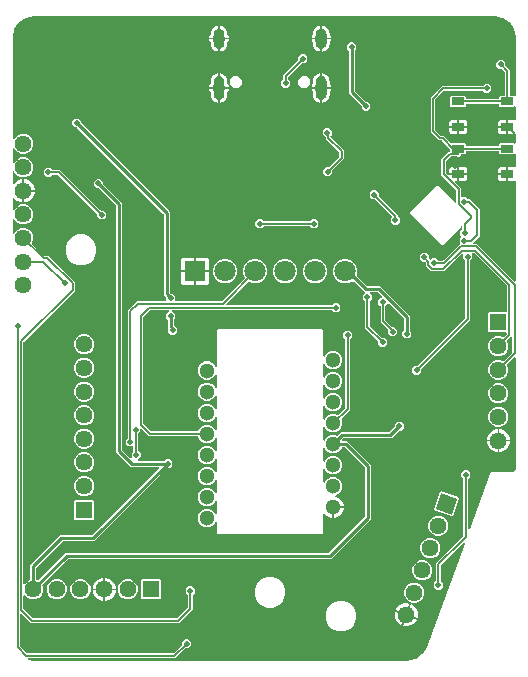
<source format=gtl>
G04 EAGLE Gerber RS-274X export*
G75*
%MOMM*%
%FSLAX34Y34*%
%LPD*%
%INTop Copper*%
%IPPOS*%
%AMOC8*
5,1,8,0,0,1.08239X$1,22.5*%
G01*
G04 Define Apertures*
%ADD10C,1.440000*%
%ADD11R,1.050000X0.650000*%
%ADD12R,1.440000X1.440000*%
%ADD13R,1.440000X1.440000*%
%ADD14C,1.108000*%
%ADD15C,1.300000*%
%ADD16R,1.800000X1.800000*%
%ADD17C,1.800000*%
%ADD18C,0.502400*%
%ADD19C,0.254000*%
%ADD20C,0.152400*%
%ADD21C,0.127000*%
G36*
X116150Y-197984D02*
X115996Y-198000D01*
X-200000Y-198000D01*
X-200149Y-197985D01*
X-204392Y-197141D01*
X-204756Y-196958D01*
X-204935Y-196713D01*
X-205005Y-196418D01*
X-204954Y-196119D01*
X-204790Y-195864D01*
X-204540Y-195692D01*
X-204243Y-195632D01*
X-80158Y-195632D01*
X-71832Y-187305D01*
X-71590Y-187142D01*
X-71293Y-187082D01*
X-69133Y-187082D01*
X-66918Y-184867D01*
X-66918Y-181733D01*
X-69133Y-179518D01*
X-72267Y-179518D01*
X-74482Y-181733D01*
X-74482Y-183893D01*
X-74538Y-184179D01*
X-74705Y-184432D01*
X-81619Y-191345D01*
X-81860Y-191508D01*
X-82157Y-191568D01*
X-205543Y-191568D01*
X-205829Y-191512D01*
X-206082Y-191345D01*
X-211445Y-185982D01*
X-211608Y-185740D01*
X-211668Y-185443D01*
X-211668Y-158645D01*
X-211621Y-158382D01*
X-211462Y-158124D01*
X-211214Y-157949D01*
X-210918Y-157883D01*
X-210620Y-157939D01*
X-210367Y-158107D01*
X-202342Y-166132D01*
X-77058Y-166132D01*
X-65668Y-154742D01*
X-65668Y-142432D01*
X-65612Y-142146D01*
X-65445Y-141893D01*
X-63918Y-140367D01*
X-63918Y-137233D01*
X-66133Y-135018D01*
X-69267Y-135018D01*
X-71482Y-137233D01*
X-71482Y-140367D01*
X-69955Y-141893D01*
X-69792Y-142135D01*
X-69732Y-142432D01*
X-69732Y-152743D01*
X-69788Y-153029D01*
X-69955Y-153282D01*
X-78519Y-161845D01*
X-78760Y-162008D01*
X-79057Y-162068D01*
X-200343Y-162068D01*
X-200629Y-162012D01*
X-200882Y-161845D01*
X-208651Y-154076D01*
X-208814Y-153834D01*
X-208874Y-153537D01*
X-208874Y-142944D01*
X-208827Y-142681D01*
X-208668Y-142423D01*
X-208420Y-142247D01*
X-208124Y-142182D01*
X-207826Y-142238D01*
X-207573Y-142405D01*
X-205298Y-144681D01*
X-202185Y-145970D01*
X-198815Y-145970D01*
X-195702Y-144681D01*
X-193320Y-142298D01*
X-192030Y-139185D01*
X-192030Y-135815D01*
X-192770Y-134028D01*
X-192828Y-133748D01*
X-192773Y-133450D01*
X-192605Y-133197D01*
X-171071Y-111663D01*
X-170830Y-111500D01*
X-170532Y-111440D01*
X52152Y-111440D01*
X85740Y-77852D01*
X85740Y-32248D01*
X65552Y-12060D01*
X61472Y-12060D01*
X61208Y-12013D01*
X60950Y-11854D01*
X60775Y-11606D01*
X60710Y-11310D01*
X60765Y-11012D01*
X60933Y-10759D01*
X62029Y-9663D01*
X62271Y-9500D01*
X62568Y-9440D01*
X102852Y-9440D01*
X108887Y-3405D01*
X109129Y-3242D01*
X109426Y-3182D01*
X110867Y-3182D01*
X113082Y-967D01*
X113082Y2167D01*
X110867Y4382D01*
X107733Y4382D01*
X105518Y2167D01*
X105518Y726D01*
X105462Y440D01*
X105295Y187D01*
X100971Y-4137D01*
X100730Y-4300D01*
X100432Y-4360D01*
X60148Y-4360D01*
X57267Y-7241D01*
X57031Y-7401D01*
X56734Y-7464D01*
X56437Y-7406D01*
X55046Y-6830D01*
X51954Y-6830D01*
X49099Y-8013D01*
X46913Y-10199D01*
X46551Y-11072D01*
X46411Y-11293D01*
X46166Y-11473D01*
X45871Y-11542D01*
X45572Y-11492D01*
X45317Y-11328D01*
X45145Y-11078D01*
X45085Y-10781D01*
X45085Y-619D01*
X45130Y-362D01*
X45287Y-102D01*
X45533Y75D01*
X45829Y143D01*
X46127Y89D01*
X46382Y-76D01*
X46551Y-328D01*
X46913Y-1201D01*
X49099Y-3387D01*
X51954Y-4570D01*
X55046Y-4570D01*
X57901Y-3387D01*
X60087Y-1201D01*
X61270Y1654D01*
X61270Y4746D01*
X60483Y6645D01*
X60426Y6924D01*
X60481Y7222D01*
X60649Y7475D01*
X67882Y14708D01*
X67882Y74218D01*
X67938Y74504D01*
X68105Y74757D01*
X69632Y76283D01*
X69632Y79417D01*
X67417Y81632D01*
X64283Y81632D01*
X62068Y79417D01*
X62068Y76283D01*
X63595Y74757D01*
X63758Y74515D01*
X63818Y74218D01*
X63818Y16707D01*
X63762Y16421D01*
X63595Y16169D01*
X57775Y10349D01*
X57539Y10188D01*
X57242Y10125D01*
X56945Y10183D01*
X55046Y10970D01*
X51954Y10970D01*
X49099Y9787D01*
X46913Y7601D01*
X46551Y6728D01*
X46411Y6507D01*
X46166Y6327D01*
X45871Y6258D01*
X45572Y6308D01*
X45317Y6472D01*
X45145Y6722D01*
X45085Y7019D01*
X45085Y17181D01*
X45130Y17438D01*
X45287Y17698D01*
X45533Y17875D01*
X45829Y17943D01*
X46127Y17889D01*
X46382Y17724D01*
X46551Y17472D01*
X46913Y16599D01*
X49099Y14413D01*
X51954Y13230D01*
X55046Y13230D01*
X57901Y14413D01*
X60087Y16599D01*
X61270Y19454D01*
X61270Y22546D01*
X60087Y25401D01*
X57901Y27587D01*
X55046Y28770D01*
X51954Y28770D01*
X49099Y27587D01*
X46913Y25401D01*
X46551Y24528D01*
X46411Y24307D01*
X46166Y24127D01*
X45871Y24058D01*
X45572Y24108D01*
X45317Y24272D01*
X45145Y24522D01*
X45085Y24819D01*
X45085Y34981D01*
X45130Y35238D01*
X45287Y35498D01*
X45533Y35675D01*
X45829Y35743D01*
X46127Y35689D01*
X46382Y35524D01*
X46551Y35272D01*
X46913Y34399D01*
X49099Y32213D01*
X51954Y31030D01*
X55046Y31030D01*
X57901Y32213D01*
X60087Y34399D01*
X61270Y37254D01*
X61270Y40346D01*
X60087Y43201D01*
X57901Y45387D01*
X55046Y46570D01*
X51954Y46570D01*
X49099Y45387D01*
X46913Y43201D01*
X46551Y42328D01*
X46411Y42107D01*
X46166Y41927D01*
X45871Y41858D01*
X45572Y41908D01*
X45317Y42072D01*
X45145Y42322D01*
X45085Y42619D01*
X45085Y52781D01*
X45130Y53038D01*
X45287Y53298D01*
X45533Y53475D01*
X45829Y53543D01*
X46127Y53489D01*
X46382Y53324D01*
X46551Y53072D01*
X46913Y52199D01*
X49099Y50013D01*
X51954Y48830D01*
X55046Y48830D01*
X57901Y50013D01*
X60087Y52199D01*
X61270Y55054D01*
X61270Y58146D01*
X60087Y61001D01*
X57901Y63187D01*
X55046Y64370D01*
X51954Y64370D01*
X49099Y63187D01*
X46913Y61001D01*
X46551Y60128D01*
X46411Y59907D01*
X46166Y59727D01*
X45871Y59658D01*
X45572Y59708D01*
X45317Y59872D01*
X45145Y60122D01*
X45085Y60419D01*
X45085Y82498D01*
X45076Y82553D01*
X45073Y82554D01*
X45033Y82560D01*
X44450Y82560D01*
X44175Y82611D01*
X44133Y82638D01*
X-44127Y82638D01*
X-44153Y82620D01*
X-44450Y82560D01*
X-45023Y82560D01*
X-45078Y82551D01*
X-45079Y82548D01*
X-45085Y82508D01*
X-45085Y51519D01*
X-45130Y51262D01*
X-45287Y51002D01*
X-45533Y50825D01*
X-45829Y50757D01*
X-46127Y50811D01*
X-46382Y50976D01*
X-46551Y51228D01*
X-46913Y52101D01*
X-49099Y54287D01*
X-51954Y55470D01*
X-55046Y55470D01*
X-57901Y54287D01*
X-60087Y52101D01*
X-61270Y49246D01*
X-61270Y46154D01*
X-60087Y43299D01*
X-57901Y41113D01*
X-55046Y39930D01*
X-51954Y39930D01*
X-49099Y41113D01*
X-46913Y43299D01*
X-46551Y44172D01*
X-46411Y44393D01*
X-46166Y44573D01*
X-45871Y44642D01*
X-45572Y44592D01*
X-45317Y44428D01*
X-45145Y44178D01*
X-45085Y43881D01*
X-45085Y33719D01*
X-45130Y33462D01*
X-45287Y33202D01*
X-45533Y33025D01*
X-45829Y32957D01*
X-46127Y33011D01*
X-46382Y33176D01*
X-46551Y33428D01*
X-46913Y34301D01*
X-49099Y36487D01*
X-51954Y37670D01*
X-55046Y37670D01*
X-57901Y36487D01*
X-60087Y34301D01*
X-61270Y31446D01*
X-61270Y28354D01*
X-60087Y25499D01*
X-57901Y23313D01*
X-55046Y22130D01*
X-51954Y22130D01*
X-49099Y23313D01*
X-46913Y25499D01*
X-46551Y26372D01*
X-46411Y26593D01*
X-46166Y26773D01*
X-45871Y26842D01*
X-45572Y26792D01*
X-45317Y26628D01*
X-45145Y26378D01*
X-45085Y26081D01*
X-45085Y15919D01*
X-45130Y15662D01*
X-45287Y15402D01*
X-45533Y15225D01*
X-45829Y15157D01*
X-46127Y15211D01*
X-46382Y15376D01*
X-46551Y15628D01*
X-46913Y16501D01*
X-49099Y18687D01*
X-51954Y19870D01*
X-55046Y19870D01*
X-57901Y18687D01*
X-60087Y16501D01*
X-61270Y13646D01*
X-61270Y10554D01*
X-60087Y7699D01*
X-57901Y5513D01*
X-55046Y4330D01*
X-51954Y4330D01*
X-49099Y5513D01*
X-46913Y7699D01*
X-46551Y8572D01*
X-46411Y8793D01*
X-46166Y8973D01*
X-45871Y9042D01*
X-45572Y8992D01*
X-45317Y8828D01*
X-45145Y8578D01*
X-45085Y8281D01*
X-45085Y-1881D01*
X-45130Y-2138D01*
X-45287Y-2398D01*
X-45533Y-2575D01*
X-45829Y-2643D01*
X-46127Y-2589D01*
X-46382Y-2424D01*
X-46551Y-2172D01*
X-46913Y-1299D01*
X-49099Y887D01*
X-51954Y2070D01*
X-55046Y2070D01*
X-57901Y887D01*
X-60087Y-1299D01*
X-60874Y-3198D01*
X-61030Y-3436D01*
X-61280Y-3608D01*
X-61578Y-3668D01*
X-100543Y-3668D01*
X-100829Y-3612D01*
X-101082Y-3445D01*
X-107045Y2519D01*
X-107208Y2760D01*
X-107268Y3057D01*
X-107268Y92643D01*
X-107212Y92929D01*
X-107045Y93182D01*
X-101482Y98745D01*
X-101240Y98908D01*
X-100943Y98968D01*
X-86020Y98968D01*
X-85757Y98921D01*
X-85499Y98762D01*
X-85323Y98514D01*
X-85258Y98218D01*
X-85314Y97920D01*
X-85481Y97667D01*
X-87882Y95267D01*
X-87882Y92133D01*
X-86863Y91115D01*
X-86700Y90873D01*
X-86640Y90576D01*
X-86640Y83848D01*
X-86305Y83513D01*
X-86142Y83272D01*
X-86082Y82974D01*
X-86082Y80467D01*
X-83867Y78252D01*
X-80733Y78252D01*
X-78518Y80467D01*
X-78518Y83600D01*
X-80733Y85816D01*
X-80798Y85816D01*
X-81073Y85867D01*
X-81328Y86030D01*
X-81500Y86280D01*
X-81560Y86578D01*
X-81560Y90576D01*
X-81504Y90862D01*
X-81337Y91115D01*
X-80318Y92133D01*
X-80318Y95267D01*
X-82719Y97667D01*
X-82872Y97887D01*
X-82941Y98182D01*
X-82891Y98481D01*
X-82727Y98736D01*
X-82477Y98908D01*
X-82180Y98968D01*
X52068Y98968D01*
X52354Y98912D01*
X52607Y98745D01*
X54133Y97218D01*
X57267Y97218D01*
X59482Y99433D01*
X59482Y102567D01*
X57267Y104782D01*
X54133Y104782D01*
X52607Y103255D01*
X52365Y103092D01*
X52068Y103032D01*
X-36795Y103032D01*
X-37058Y103079D01*
X-37316Y103238D01*
X-37492Y103486D01*
X-37557Y103782D01*
X-37501Y104080D01*
X-37334Y104333D01*
X-18888Y122778D01*
X-18652Y122938D01*
X-18356Y123001D01*
X-18058Y122943D01*
X-14743Y121570D01*
X-10657Y121570D01*
X-6883Y123134D01*
X-3994Y126023D01*
X-2430Y129797D01*
X-2430Y133883D01*
X-3994Y137658D01*
X-6883Y140546D01*
X-10657Y142110D01*
X-14743Y142110D01*
X-18518Y140546D01*
X-21406Y137658D01*
X-22970Y133883D01*
X-22970Y129797D01*
X-21597Y126482D01*
X-21539Y126203D01*
X-21595Y125905D01*
X-21762Y125652D01*
X-40759Y106655D01*
X-41000Y106492D01*
X-41297Y106432D01*
X-79456Y106432D01*
X-79731Y106483D01*
X-79986Y106647D01*
X-80158Y106897D01*
X-80218Y107194D01*
X-80218Y110567D01*
X-82433Y112782D01*
X-83874Y112782D01*
X-84160Y112838D01*
X-84413Y113005D01*
X-84837Y113429D01*
X-85000Y113671D01*
X-85060Y113968D01*
X-85060Y182427D01*
X-159620Y256987D01*
X-159783Y257229D01*
X-159843Y257526D01*
X-159843Y258967D01*
X-162058Y261182D01*
X-165192Y261182D01*
X-167407Y258967D01*
X-167407Y255833D01*
X-165192Y253618D01*
X-163751Y253618D01*
X-163465Y253562D01*
X-163212Y253395D01*
X-90363Y180546D01*
X-90200Y180305D01*
X-90140Y180007D01*
X-90140Y111548D01*
X-88005Y109413D01*
X-87842Y109172D01*
X-87782Y108874D01*
X-87782Y107194D01*
X-87833Y106919D01*
X-87997Y106664D01*
X-88247Y106492D01*
X-88544Y106432D01*
X-112655Y106432D01*
X-120332Y98755D01*
X-120332Y-8868D01*
X-120388Y-9154D01*
X-120555Y-9407D01*
X-122082Y-10933D01*
X-122082Y-14067D01*
X-119867Y-16282D01*
X-116550Y-16282D01*
X-116275Y-16333D01*
X-116020Y-16497D01*
X-115848Y-16747D01*
X-115788Y-17044D01*
X-115788Y-20524D01*
X-115844Y-20810D01*
X-116011Y-21063D01*
X-117195Y-22247D01*
X-117195Y-25473D01*
X-117242Y-25736D01*
X-117401Y-25995D01*
X-117649Y-26170D01*
X-117945Y-26235D01*
X-118243Y-26179D01*
X-118496Y-26012D01*
X-125037Y-19471D01*
X-125200Y-19230D01*
X-125260Y-18932D01*
X-125260Y189752D01*
X-141295Y205787D01*
X-141458Y206029D01*
X-141518Y206326D01*
X-141518Y207767D01*
X-143733Y209982D01*
X-146867Y209982D01*
X-149082Y207767D01*
X-149082Y204633D01*
X-146867Y202418D01*
X-145426Y202418D01*
X-145140Y202362D01*
X-144887Y202195D01*
X-130563Y187871D01*
X-130400Y187630D01*
X-130340Y187332D01*
X-130340Y-21352D01*
X-118052Y-33640D01*
X-94672Y-33640D01*
X-94408Y-33687D01*
X-94150Y-33846D01*
X-93975Y-34094D01*
X-93910Y-34390D01*
X-93965Y-34688D01*
X-94133Y-34941D01*
X-150729Y-91537D01*
X-150971Y-91700D01*
X-151268Y-91760D01*
X-177852Y-91760D01*
X-203040Y-116948D01*
X-203040Y-128875D01*
X-203093Y-129155D01*
X-203259Y-129410D01*
X-203510Y-129579D01*
X-205298Y-130320D01*
X-207573Y-132595D01*
X-207793Y-132748D01*
X-208088Y-132818D01*
X-208387Y-132767D01*
X-208642Y-132603D01*
X-208814Y-132353D01*
X-208874Y-132056D01*
X-208874Y71437D01*
X-208818Y71723D01*
X-208651Y71976D01*
X-165168Y115458D01*
X-165168Y122368D01*
X-187626Y144826D01*
X-190637Y144826D01*
X-190923Y144882D01*
X-191176Y145049D01*
X-201316Y155189D01*
X-201476Y155425D01*
X-201539Y155722D01*
X-201481Y156020D01*
X-200530Y158315D01*
X-200530Y161685D01*
X-201820Y164798D01*
X-204202Y167181D01*
X-207315Y168470D01*
X-210685Y168470D01*
X-213798Y167181D01*
X-216181Y164798D01*
X-216534Y163944D01*
X-216674Y163724D01*
X-216919Y163544D01*
X-217214Y163474D01*
X-217513Y163525D01*
X-217768Y163689D01*
X-217940Y163939D01*
X-218000Y164236D01*
X-218000Y175764D01*
X-217955Y176022D01*
X-217798Y176281D01*
X-217552Y176458D01*
X-217256Y176526D01*
X-216958Y176473D01*
X-216704Y176307D01*
X-216534Y176056D01*
X-216181Y175202D01*
X-213798Y172820D01*
X-210685Y171530D01*
X-207315Y171530D01*
X-204202Y172820D01*
X-201820Y175202D01*
X-200530Y178315D01*
X-200530Y181685D01*
X-201820Y184798D01*
X-204202Y187181D01*
X-207315Y188470D01*
X-210685Y188470D01*
X-213798Y187181D01*
X-216181Y184798D01*
X-216534Y183944D01*
X-216674Y183724D01*
X-216919Y183544D01*
X-217214Y183474D01*
X-217513Y183525D01*
X-217768Y183689D01*
X-217940Y183939D01*
X-218000Y184236D01*
X-218000Y193386D01*
X-217953Y193649D01*
X-217794Y193907D01*
X-217546Y194083D01*
X-217250Y194148D01*
X-216952Y194092D01*
X-216699Y193925D01*
X-214517Y191743D01*
X-210937Y190260D01*
X-209762Y190260D01*
X-209762Y209740D01*
X-210937Y209740D01*
X-214517Y208257D01*
X-216699Y206075D01*
X-216919Y205922D01*
X-217214Y205852D01*
X-217513Y205903D01*
X-217768Y206067D01*
X-217940Y206317D01*
X-218000Y206614D01*
X-218000Y215764D01*
X-217955Y216022D01*
X-217798Y216281D01*
X-217552Y216458D01*
X-217256Y216526D01*
X-216958Y216473D01*
X-216704Y216307D01*
X-216534Y216056D01*
X-216181Y215202D01*
X-213798Y212820D01*
X-210685Y211530D01*
X-207315Y211530D01*
X-204202Y212820D01*
X-201820Y215202D01*
X-200530Y218315D01*
X-200530Y221685D01*
X-201820Y224798D01*
X-204202Y227181D01*
X-207315Y228470D01*
X-210685Y228470D01*
X-213798Y227181D01*
X-216181Y224798D01*
X-216534Y223944D01*
X-216674Y223724D01*
X-216919Y223544D01*
X-217214Y223474D01*
X-217513Y223525D01*
X-217768Y223689D01*
X-217940Y223939D01*
X-218000Y224236D01*
X-218000Y235764D01*
X-217955Y236022D01*
X-217798Y236281D01*
X-217552Y236458D01*
X-217256Y236526D01*
X-216958Y236473D01*
X-216704Y236307D01*
X-216534Y236056D01*
X-216181Y235202D01*
X-213798Y232820D01*
X-210685Y231530D01*
X-207315Y231530D01*
X-204202Y232820D01*
X-201820Y235202D01*
X-200530Y238315D01*
X-200530Y241685D01*
X-201820Y244798D01*
X-204202Y247181D01*
X-207315Y248470D01*
X-210685Y248470D01*
X-213798Y247181D01*
X-216181Y244798D01*
X-216534Y243944D01*
X-216674Y243724D01*
X-216919Y243544D01*
X-217214Y243474D01*
X-217513Y243525D01*
X-217768Y243689D01*
X-217940Y243939D01*
X-218000Y244236D01*
X-218000Y330000D01*
X-217985Y330149D01*
X-216673Y336745D01*
X-216559Y337020D01*
X-212823Y342612D01*
X-212612Y342823D01*
X-207020Y346559D01*
X-206745Y346673D01*
X-200149Y347985D01*
X-200000Y348000D01*
X190000Y348000D01*
X190149Y347985D01*
X196745Y346673D01*
X197020Y346559D01*
X202612Y342823D01*
X202823Y342612D01*
X206559Y337020D01*
X206673Y336745D01*
X207985Y330149D01*
X208000Y330000D01*
X208000Y280636D01*
X207953Y280372D01*
X207794Y280114D01*
X207546Y279939D01*
X207250Y279874D01*
X206952Y279929D01*
X206699Y280097D01*
X206526Y280270D01*
X203544Y280270D01*
X203269Y280321D01*
X203014Y280485D01*
X202842Y280735D01*
X202782Y281032D01*
X202782Y302392D01*
X199305Y305869D01*
X199142Y306110D01*
X199082Y306407D01*
X199082Y308567D01*
X196867Y310782D01*
X193733Y310782D01*
X191518Y308567D01*
X191518Y305433D01*
X193733Y303218D01*
X195893Y303218D01*
X196179Y303162D01*
X196432Y302995D01*
X198495Y300932D01*
X198658Y300690D01*
X198718Y300393D01*
X198718Y281032D01*
X198667Y280757D01*
X198503Y280502D01*
X198253Y280330D01*
X197956Y280270D01*
X194974Y280270D01*
X194230Y279526D01*
X194230Y278544D01*
X194179Y278269D01*
X194015Y278014D01*
X193765Y277842D01*
X193468Y277782D01*
X166532Y277782D01*
X166257Y277833D01*
X166002Y277997D01*
X165830Y278247D01*
X165770Y278544D01*
X165770Y279526D01*
X165026Y280270D01*
X153474Y280270D01*
X152730Y279526D01*
X152730Y271974D01*
X153474Y271230D01*
X165026Y271230D01*
X165770Y271974D01*
X165770Y272956D01*
X165821Y273231D01*
X165985Y273486D01*
X166235Y273658D01*
X166532Y273718D01*
X193468Y273718D01*
X193743Y273667D01*
X193998Y273503D01*
X194170Y273253D01*
X194230Y272956D01*
X194230Y271974D01*
X194974Y271230D01*
X206526Y271230D01*
X206699Y271403D01*
X206919Y271556D01*
X207214Y271626D01*
X207513Y271575D01*
X207768Y271412D01*
X207940Y271162D01*
X208000Y270864D01*
X208000Y260802D01*
X207949Y260527D01*
X207785Y260272D01*
X207535Y260100D01*
X207238Y260040D01*
X201512Y260040D01*
X201512Y248460D01*
X207238Y248460D01*
X207513Y248409D01*
X207768Y248245D01*
X207940Y247995D01*
X208000Y247698D01*
X208000Y240636D01*
X207953Y240372D01*
X207794Y240114D01*
X207546Y239939D01*
X207250Y239874D01*
X206952Y239929D01*
X206699Y240097D01*
X206526Y240270D01*
X194974Y240270D01*
X194230Y239526D01*
X194230Y238544D01*
X194179Y238269D01*
X194015Y238014D01*
X193765Y237842D01*
X193468Y237782D01*
X166532Y237782D01*
X166257Y237833D01*
X166002Y237997D01*
X165830Y238247D01*
X165770Y238544D01*
X165770Y239526D01*
X165026Y240270D01*
X153540Y240270D01*
X153254Y240326D01*
X153001Y240493D01*
X146984Y246510D01*
X145275Y246510D01*
X144989Y246566D01*
X144736Y246733D01*
X139928Y251541D01*
X139765Y251783D01*
X139705Y252080D01*
X139705Y276969D01*
X139761Y277255D01*
X139928Y277508D01*
X146965Y284545D01*
X147207Y284708D01*
X147504Y284768D01*
X179730Y284768D01*
X180016Y284712D01*
X180269Y284545D01*
X181733Y283080D01*
X184867Y283080D01*
X187082Y285295D01*
X187082Y288429D01*
X184867Y290644D01*
X181733Y290644D01*
X180145Y289055D01*
X179903Y288892D01*
X179606Y288832D01*
X145685Y288832D01*
X144461Y287609D01*
X144439Y287492D01*
X144271Y287239D01*
X135895Y278863D01*
X135895Y250186D01*
X143381Y242700D01*
X145090Y242700D01*
X145376Y242644D01*
X145629Y242477D01*
X152507Y235599D01*
X152670Y235358D01*
X152730Y235060D01*
X152730Y233617D01*
X152679Y233342D01*
X152515Y233087D01*
X152265Y232915D01*
X151968Y232855D01*
X151261Y232855D01*
X144990Y226584D01*
X144990Y213363D01*
X157497Y200856D01*
X157660Y200614D01*
X157720Y200317D01*
X157720Y197765D01*
X157664Y197479D01*
X157593Y197372D01*
X157593Y190692D01*
X157546Y190429D01*
X157387Y190171D01*
X157139Y189996D01*
X156843Y189931D01*
X156545Y189986D01*
X156292Y190154D01*
X141789Y204657D01*
X141368Y204657D01*
X118443Y181732D01*
X118443Y181311D01*
X145611Y154143D01*
X146032Y154143D01*
X161600Y169711D01*
X161819Y169864D01*
X162114Y169934D01*
X162413Y169883D01*
X162669Y169720D01*
X162840Y169469D01*
X162901Y169172D01*
X162901Y167632D01*
X162845Y167346D01*
X162677Y167093D01*
X161151Y165567D01*
X161151Y162433D01*
X161843Y161741D01*
X162001Y161510D01*
X162066Y161214D01*
X162011Y160916D01*
X161843Y160663D01*
X160387Y159207D01*
X160387Y156074D01*
X160555Y155906D01*
X160713Y155676D01*
X160778Y155380D01*
X160722Y155081D01*
X160555Y154829D01*
X146882Y141155D01*
X146640Y140992D01*
X146343Y140932D01*
X142232Y140932D01*
X141946Y140988D01*
X141693Y141155D01*
X140167Y142682D01*
X137033Y142682D01*
X136201Y141850D01*
X135971Y141692D01*
X135675Y141627D01*
X135377Y141682D01*
X135124Y141850D01*
X134405Y142569D01*
X134242Y142810D01*
X134182Y143107D01*
X134182Y145267D01*
X131967Y147482D01*
X128833Y147482D01*
X126618Y145267D01*
X126618Y142133D01*
X128833Y139918D01*
X130993Y139918D01*
X131279Y139862D01*
X131532Y139695D01*
X131801Y139426D01*
X131964Y139184D01*
X132024Y138887D01*
X132024Y136176D01*
X136532Y131668D01*
X147542Y131668D01*
X162361Y146488D01*
X162581Y146641D01*
X162876Y146710D01*
X163175Y146659D01*
X163430Y146496D01*
X163602Y146246D01*
X163662Y145949D01*
X163662Y142545D01*
X165189Y141018D01*
X165352Y140777D01*
X165412Y140479D01*
X165412Y92601D01*
X165356Y92315D01*
X165189Y92063D01*
X125232Y52105D01*
X124990Y51942D01*
X124693Y51882D01*
X122533Y51882D01*
X120318Y49667D01*
X120318Y46533D01*
X122533Y44318D01*
X125667Y44318D01*
X127882Y46533D01*
X127882Y48693D01*
X127938Y48979D01*
X128105Y49232D01*
X169476Y90602D01*
X169476Y140479D01*
X169532Y140765D01*
X169699Y141018D01*
X171226Y142545D01*
X171226Y145678D01*
X170937Y145967D01*
X170784Y146187D01*
X170714Y146482D01*
X170765Y146781D01*
X170928Y147036D01*
X171179Y147208D01*
X171476Y147268D01*
X172691Y147268D01*
X172977Y147212D01*
X173230Y147045D01*
X200306Y119969D01*
X200469Y119728D01*
X200529Y119430D01*
X200529Y97730D01*
X200478Y97455D01*
X200314Y97200D01*
X200064Y97028D01*
X199767Y96968D01*
X185603Y96968D01*
X184859Y96224D01*
X184859Y80772D01*
X185603Y80028D01*
X199767Y80028D01*
X200042Y79977D01*
X200297Y79813D01*
X200469Y79563D01*
X200529Y79266D01*
X200529Y78887D01*
X200473Y78601D01*
X200306Y78349D01*
X198140Y76182D01*
X197904Y76022D01*
X197607Y75959D01*
X197309Y76017D01*
X195014Y76968D01*
X191644Y76968D01*
X188531Y75679D01*
X186149Y73296D01*
X184859Y70183D01*
X184859Y66813D01*
X186149Y63700D01*
X188531Y61318D01*
X191644Y60028D01*
X195014Y60028D01*
X198127Y61318D01*
X200510Y63700D01*
X201799Y66813D01*
X201799Y70183D01*
X200848Y72478D01*
X200790Y72758D01*
X200846Y73056D01*
X201013Y73309D01*
X203867Y76163D01*
X204087Y76316D01*
X204382Y76385D01*
X204681Y76334D01*
X204936Y76171D01*
X205108Y75921D01*
X205168Y75624D01*
X205168Y63457D01*
X205112Y63171D01*
X204945Y62919D01*
X198188Y56162D01*
X197952Y56002D01*
X197656Y55939D01*
X197358Y55997D01*
X195014Y56968D01*
X191644Y56968D01*
X188531Y55679D01*
X186149Y53296D01*
X184859Y50183D01*
X184859Y46813D01*
X186149Y43700D01*
X188531Y41318D01*
X191644Y40028D01*
X195014Y40028D01*
X198127Y41318D01*
X200510Y43700D01*
X201799Y46813D01*
X201799Y50183D01*
X200868Y52429D01*
X200810Y52709D01*
X200866Y53007D01*
X201034Y53260D01*
X206699Y58926D01*
X206919Y59079D01*
X207214Y59148D01*
X207513Y59097D01*
X207768Y58934D01*
X207940Y58684D01*
X208000Y58387D01*
X208000Y-35000D01*
X207974Y-35197D01*
X207674Y-36316D01*
X207477Y-36658D01*
X206658Y-37477D01*
X206316Y-37674D01*
X205197Y-37974D01*
X205000Y-38000D01*
X188722Y-38000D01*
X188462Y-37954D01*
X188141Y-37837D01*
X187945Y-37929D01*
X187623Y-38000D01*
X187407Y-38000D01*
X187165Y-38241D01*
X186949Y-38393D01*
X186639Y-38538D01*
X186565Y-38741D01*
X186388Y-39019D01*
X186235Y-39172D01*
X186235Y-39513D01*
X186189Y-39774D01*
X169310Y-86149D01*
X169158Y-86401D01*
X168913Y-86580D01*
X168618Y-86650D01*
X168319Y-86599D01*
X168064Y-86436D01*
X167892Y-86185D01*
X167832Y-85888D01*
X167832Y-44132D01*
X167888Y-43846D01*
X168055Y-43593D01*
X169582Y-42067D01*
X169582Y-38933D01*
X167367Y-36718D01*
X164233Y-36718D01*
X162018Y-38933D01*
X162018Y-42067D01*
X163545Y-43593D01*
X163708Y-43835D01*
X163768Y-44132D01*
X163768Y-91643D01*
X163712Y-91929D01*
X163545Y-92182D01*
X140268Y-115458D01*
X140268Y-130168D01*
X140212Y-130454D01*
X140045Y-130707D01*
X138518Y-132233D01*
X138518Y-135367D01*
X140733Y-137582D01*
X143867Y-137582D01*
X146082Y-135367D01*
X146082Y-132233D01*
X144555Y-130707D01*
X144392Y-130465D01*
X144332Y-130168D01*
X144332Y-117457D01*
X144388Y-117171D01*
X144555Y-116919D01*
X163438Y-98036D01*
X163622Y-97901D01*
X163913Y-97816D01*
X164214Y-97851D01*
X164478Y-98001D01*
X164662Y-98242D01*
X164737Y-98536D01*
X164692Y-98836D01*
X132910Y-186156D01*
X132843Y-186296D01*
X129183Y-192229D01*
X128971Y-192454D01*
X123261Y-196452D01*
X122978Y-196574D01*
X116150Y-197984D01*
G37*
%LPC*%
G36*
X35170Y329662D02*
X42488Y329662D01*
X42488Y339921D01*
X41996Y339865D01*
X41358Y339720D01*
X40477Y339411D01*
X39888Y339128D01*
X39098Y338631D01*
X38587Y338223D01*
X37927Y337563D01*
X37519Y337052D01*
X37022Y336262D01*
X36739Y335673D01*
X36430Y334792D01*
X36285Y334154D01*
X36178Y333208D01*
X36168Y333029D01*
X36111Y332780D01*
X35170Y330507D01*
X35170Y329662D01*
G37*
G36*
X44012Y329662D02*
X51330Y329662D01*
X51330Y330507D01*
X50389Y332780D01*
X50332Y333029D01*
X50322Y333208D01*
X50215Y334154D01*
X50070Y334792D01*
X49761Y335673D01*
X49478Y336262D01*
X48981Y337052D01*
X48573Y337563D01*
X47913Y338223D01*
X47402Y338631D01*
X46612Y339128D01*
X46023Y339411D01*
X45142Y339720D01*
X44504Y339865D01*
X44012Y339921D01*
X44012Y329662D01*
G37*
G36*
X-42488Y329662D02*
X-35170Y329662D01*
X-35170Y330507D01*
X-36111Y332780D01*
X-36168Y333029D01*
X-36178Y333208D01*
X-36285Y334154D01*
X-36430Y334792D01*
X-36739Y335673D01*
X-37022Y336262D01*
X-37519Y337052D01*
X-37927Y337563D01*
X-38587Y338223D01*
X-39098Y338631D01*
X-39888Y339128D01*
X-40477Y339411D01*
X-41358Y339720D01*
X-41996Y339865D01*
X-42488Y339921D01*
X-42488Y329662D01*
G37*
G36*
X-51330Y329662D02*
X-44012Y329662D01*
X-44012Y339921D01*
X-44504Y339865D01*
X-45142Y339720D01*
X-46023Y339411D01*
X-46612Y339128D01*
X-47402Y338631D01*
X-47913Y338223D01*
X-48573Y337563D01*
X-48981Y337052D01*
X-49478Y336262D01*
X-49761Y335673D01*
X-50070Y334792D01*
X-50215Y334154D01*
X-50322Y333208D01*
X-50332Y333029D01*
X-50389Y332780D01*
X-51330Y330507D01*
X-51330Y329662D01*
G37*
G36*
X44012Y328138D02*
X44012Y317879D01*
X44504Y317935D01*
X45142Y318080D01*
X46023Y318389D01*
X46612Y318672D01*
X47402Y319169D01*
X47913Y319577D01*
X48573Y320237D01*
X48981Y320748D01*
X49478Y321538D01*
X49761Y322127D01*
X50070Y323008D01*
X50215Y323646D01*
X50322Y324592D01*
X50332Y324771D01*
X50389Y325020D01*
X51330Y327293D01*
X51330Y328138D01*
X44012Y328138D01*
G37*
G36*
X41996Y317935D02*
X42488Y317879D01*
X42488Y328138D01*
X35170Y328138D01*
X35170Y327293D01*
X36111Y325020D01*
X36168Y324771D01*
X36178Y324592D01*
X36285Y323646D01*
X36430Y323008D01*
X36739Y322127D01*
X37022Y321538D01*
X37519Y320748D01*
X37927Y320237D01*
X38587Y319577D01*
X39098Y319169D01*
X39888Y318672D01*
X40477Y318389D01*
X41358Y318080D01*
X41996Y317935D01*
G37*
G36*
X-44504Y317935D02*
X-44012Y317879D01*
X-44012Y328138D01*
X-51330Y328138D01*
X-51330Y327293D01*
X-50389Y325020D01*
X-50332Y324771D01*
X-50322Y324592D01*
X-50215Y323646D01*
X-50070Y323008D01*
X-49761Y322127D01*
X-49478Y321538D01*
X-48981Y320748D01*
X-48573Y320237D01*
X-47913Y319577D01*
X-47402Y319169D01*
X-46612Y318672D01*
X-46023Y318389D01*
X-45142Y318080D01*
X-44504Y317935D01*
G37*
G36*
X-42488Y328138D02*
X-42488Y317879D01*
X-41996Y317935D01*
X-41358Y318080D01*
X-40477Y318389D01*
X-39888Y318672D01*
X-39098Y319169D01*
X-38587Y319577D01*
X-37927Y320237D01*
X-37519Y320748D01*
X-37022Y321538D01*
X-36739Y322127D01*
X-36430Y323008D01*
X-36285Y323646D01*
X-36178Y324592D01*
X-36168Y324771D01*
X-36111Y325020D01*
X-35170Y327293D01*
X-35170Y328138D01*
X-42488Y328138D01*
G37*
G36*
X79633Y267718D02*
X82767Y267718D01*
X84982Y269933D01*
X84982Y273067D01*
X82767Y275282D01*
X81326Y275282D01*
X81040Y275338D01*
X80787Y275505D01*
X71763Y284529D01*
X71600Y284771D01*
X71540Y285068D01*
X71540Y318776D01*
X71596Y319062D01*
X71763Y319315D01*
X72782Y320333D01*
X72782Y323467D01*
X70567Y325682D01*
X67433Y325682D01*
X65218Y323467D01*
X65218Y320333D01*
X66237Y319315D01*
X66400Y319073D01*
X66460Y318776D01*
X66460Y282648D01*
X77195Y271913D01*
X77358Y271672D01*
X77418Y271374D01*
X77418Y269933D01*
X79633Y267718D01*
G37*
G36*
X11533Y287318D02*
X14667Y287318D01*
X16882Y289533D01*
X16882Y292667D01*
X15355Y294193D01*
X15192Y294435D01*
X15132Y294732D01*
X15132Y295743D01*
X15188Y296029D01*
X15355Y296282D01*
X26719Y307645D01*
X26960Y307808D01*
X27257Y307868D01*
X29417Y307868D01*
X31632Y310083D01*
X31632Y313217D01*
X29417Y315432D01*
X26283Y315432D01*
X24068Y313217D01*
X24068Y311057D01*
X24012Y310771D01*
X23845Y310519D01*
X11068Y297742D01*
X11068Y294732D01*
X11012Y294446D01*
X10845Y294193D01*
X9318Y292667D01*
X9318Y289533D01*
X11533Y287318D01*
G37*
G36*
X-42488Y287962D02*
X-35170Y287962D01*
X-35170Y288807D01*
X-36102Y291057D01*
X-36160Y291349D01*
X-36160Y292681D01*
X-36178Y293008D01*
X-36285Y293954D01*
X-36430Y294592D01*
X-36739Y295473D01*
X-37022Y296062D01*
X-37519Y296852D01*
X-37927Y297363D01*
X-38587Y298023D01*
X-39098Y298431D01*
X-39888Y298928D01*
X-40477Y299211D01*
X-41358Y299520D01*
X-41996Y299665D01*
X-42488Y299721D01*
X-42488Y287962D01*
G37*
G36*
X35170Y287962D02*
X42488Y287962D01*
X42488Y299721D01*
X41996Y299665D01*
X41358Y299520D01*
X40477Y299211D01*
X39888Y298928D01*
X39098Y298431D01*
X38587Y298023D01*
X37927Y297363D01*
X37519Y296852D01*
X37022Y296062D01*
X36739Y295473D01*
X36430Y294592D01*
X36285Y293954D01*
X36178Y293008D01*
X36160Y292681D01*
X36160Y291349D01*
X36102Y291057D01*
X35170Y288807D01*
X35170Y287962D01*
G37*
G36*
X44012Y287962D02*
X51330Y287962D01*
X51330Y288807D01*
X50398Y291057D01*
X50340Y291349D01*
X50340Y292681D01*
X50322Y293008D01*
X50215Y293954D01*
X50070Y294592D01*
X49761Y295473D01*
X49478Y296062D01*
X48981Y296852D01*
X48573Y297363D01*
X47913Y298023D01*
X47402Y298431D01*
X46612Y298928D01*
X46023Y299211D01*
X45142Y299520D01*
X44504Y299665D01*
X44012Y299721D01*
X44012Y287962D01*
G37*
G36*
X-51330Y287962D02*
X-44012Y287962D01*
X-44012Y299721D01*
X-44504Y299665D01*
X-45142Y299520D01*
X-46023Y299211D01*
X-46612Y298928D01*
X-47402Y298431D01*
X-47913Y298023D01*
X-48573Y297363D01*
X-48981Y296852D01*
X-49478Y296062D01*
X-49761Y295473D01*
X-50070Y294592D01*
X-50215Y293954D01*
X-50322Y293008D01*
X-50340Y292681D01*
X-50340Y291349D01*
X-50398Y291057D01*
X-51330Y288807D01*
X-51330Y287962D01*
G37*
G36*
X26829Y287100D02*
X30971Y287100D01*
X33900Y290029D01*
X33900Y294171D01*
X30971Y297100D01*
X26829Y297100D01*
X23900Y294171D01*
X23900Y290029D01*
X26829Y287100D01*
G37*
G36*
X-30971Y287100D02*
X-26829Y287100D01*
X-23900Y290029D01*
X-23900Y294171D01*
X-26829Y297100D01*
X-30971Y297100D01*
X-33900Y294171D01*
X-33900Y290029D01*
X-30971Y287100D01*
G37*
G36*
X41996Y274735D02*
X42488Y274679D01*
X42488Y286438D01*
X35170Y286438D01*
X35170Y285593D01*
X36102Y283343D01*
X36160Y283051D01*
X36160Y281719D01*
X36178Y281392D01*
X36285Y280446D01*
X36430Y279808D01*
X36739Y278927D01*
X37022Y278338D01*
X37519Y277548D01*
X37927Y277037D01*
X38587Y276377D01*
X39098Y275969D01*
X39888Y275472D01*
X40477Y275189D01*
X41358Y274880D01*
X41996Y274735D01*
G37*
G36*
X44012Y286438D02*
X44012Y274679D01*
X44504Y274735D01*
X45142Y274880D01*
X46023Y275189D01*
X46612Y275472D01*
X47402Y275969D01*
X47913Y276377D01*
X48573Y277037D01*
X48981Y277548D01*
X49478Y278338D01*
X49761Y278927D01*
X50070Y279808D01*
X50215Y280446D01*
X50322Y281392D01*
X50340Y281719D01*
X50340Y283051D01*
X50398Y283343D01*
X51330Y285593D01*
X51330Y286438D01*
X44012Y286438D01*
G37*
G36*
X-42488Y286438D02*
X-42488Y274679D01*
X-41996Y274735D01*
X-41358Y274880D01*
X-40477Y275189D01*
X-39888Y275472D01*
X-39098Y275969D01*
X-38587Y276377D01*
X-37927Y277037D01*
X-37519Y277548D01*
X-37022Y278338D01*
X-36739Y278927D01*
X-36430Y279808D01*
X-36285Y280446D01*
X-36178Y281392D01*
X-36160Y281719D01*
X-36160Y283051D01*
X-36102Y283343D01*
X-35170Y285593D01*
X-35170Y286438D01*
X-42488Y286438D01*
G37*
G36*
X-44504Y274735D02*
X-44012Y274679D01*
X-44012Y286438D01*
X-51330Y286438D01*
X-51330Y285593D01*
X-50398Y283343D01*
X-50340Y283051D01*
X-50340Y281719D01*
X-50322Y281392D01*
X-50215Y280446D01*
X-50070Y279808D01*
X-49761Y278927D01*
X-49478Y278338D01*
X-48981Y277548D01*
X-48573Y277037D01*
X-47913Y276377D01*
X-47402Y275969D01*
X-46612Y275472D01*
X-46023Y275189D01*
X-45142Y274880D01*
X-44504Y274735D01*
G37*
G36*
X151460Y255012D02*
X158488Y255012D01*
X158488Y260040D01*
X152948Y260040D01*
X151460Y258552D01*
X151460Y255012D01*
G37*
G36*
X160012Y255012D02*
X167040Y255012D01*
X167040Y258552D01*
X165552Y260040D01*
X160012Y260040D01*
X160012Y255012D01*
G37*
G36*
X192960Y255012D02*
X199988Y255012D01*
X199988Y260040D01*
X194448Y260040D01*
X192960Y258552D01*
X192960Y255012D01*
G37*
G36*
X194448Y248460D02*
X199988Y248460D01*
X199988Y253488D01*
X192960Y253488D01*
X192960Y249948D01*
X194448Y248460D01*
G37*
G36*
X160012Y248460D02*
X165552Y248460D01*
X167040Y249948D01*
X167040Y253488D01*
X160012Y253488D01*
X160012Y248460D01*
G37*
G36*
X152948Y248460D02*
X158488Y248460D01*
X158488Y253488D01*
X151460Y253488D01*
X151460Y249948D01*
X152948Y248460D01*
G37*
G36*
X47156Y212340D02*
X50289Y212340D01*
X52504Y214556D01*
X52504Y216894D01*
X52560Y217180D01*
X52727Y217433D01*
X62505Y227211D01*
X62505Y234389D01*
X51328Y245566D01*
X51165Y245808D01*
X51105Y246105D01*
X51105Y246141D01*
X51161Y246427D01*
X51328Y246680D01*
X52182Y247533D01*
X52182Y250667D01*
X49967Y252882D01*
X46833Y252882D01*
X44618Y250667D01*
X44618Y247533D01*
X47021Y245130D01*
X47063Y245103D01*
X47235Y244853D01*
X47295Y244556D01*
X47295Y244211D01*
X58472Y233034D01*
X58635Y232793D01*
X58695Y232495D01*
X58695Y229105D01*
X58639Y228819D01*
X58472Y228566D01*
X50033Y220127D01*
X49792Y219964D01*
X49494Y219904D01*
X47156Y219904D01*
X44940Y217689D01*
X44940Y214556D01*
X47156Y212340D01*
G37*
G36*
X-144067Y175718D02*
X-140933Y175718D01*
X-138718Y177933D01*
X-138718Y181067D01*
X-140933Y183282D01*
X-143093Y183282D01*
X-143379Y183338D01*
X-143632Y183505D01*
X-177958Y217832D01*
X-183968Y217832D01*
X-184254Y217888D01*
X-184507Y218055D01*
X-186033Y219582D01*
X-189167Y219582D01*
X-191382Y217367D01*
X-191382Y214233D01*
X-189167Y212018D01*
X-186033Y212018D01*
X-184507Y213545D01*
X-184265Y213708D01*
X-183968Y213768D01*
X-179957Y213768D01*
X-179671Y213712D01*
X-179419Y213545D01*
X-146505Y180632D01*
X-146342Y180390D01*
X-146282Y180093D01*
X-146282Y177933D01*
X-144067Y175718D01*
G37*
G36*
X-208238Y200762D02*
X-199260Y200762D01*
X-199260Y201937D01*
X-200743Y205517D01*
X-203483Y208257D01*
X-207063Y209740D01*
X-208238Y209740D01*
X-208238Y200762D01*
G37*
G36*
X104470Y171255D02*
X107603Y171255D01*
X109819Y173470D01*
X109819Y176603D01*
X108292Y178130D01*
X108129Y178372D01*
X108069Y178669D01*
X108069Y179405D01*
X92105Y195369D01*
X91942Y195610D01*
X91882Y195907D01*
X91882Y198067D01*
X89667Y200282D01*
X86533Y200282D01*
X84318Y198067D01*
X84318Y194933D01*
X86533Y192718D01*
X88693Y192718D01*
X88979Y192662D01*
X89232Y192495D01*
X103150Y178576D01*
X103308Y178346D01*
X103373Y178050D01*
X103318Y177751D01*
X103150Y177499D01*
X102255Y176603D01*
X102255Y173470D01*
X104470Y171255D01*
G37*
G36*
X-208238Y190260D02*
X-207063Y190260D01*
X-203483Y191743D01*
X-200743Y194483D01*
X-199260Y198063D01*
X-199260Y199238D01*
X-208238Y199238D01*
X-208238Y190260D01*
G37*
G36*
X-10367Y168220D02*
X-7233Y168220D01*
X-5707Y169747D01*
X-5465Y169910D01*
X-5168Y169970D01*
X33568Y169970D01*
X33854Y169914D01*
X34107Y169747D01*
X35633Y168220D01*
X38767Y168220D01*
X40982Y170435D01*
X40982Y173569D01*
X38767Y175784D01*
X35633Y175784D01*
X34107Y174257D01*
X33865Y174094D01*
X33568Y174034D01*
X-5168Y174034D01*
X-5454Y174090D01*
X-5707Y174257D01*
X-7233Y175784D01*
X-10367Y175784D01*
X-12582Y173569D01*
X-12582Y170435D01*
X-10367Y168220D01*
G37*
G36*
X-162586Y137000D02*
X-157414Y137000D01*
X-152636Y138979D01*
X-148979Y142636D01*
X-147000Y147414D01*
X-147000Y152586D01*
X-148979Y157364D01*
X-152636Y161021D01*
X-157414Y163000D01*
X-162586Y163000D01*
X-167364Y161021D01*
X-171021Y157364D01*
X-173000Y152586D01*
X-173000Y147414D01*
X-171021Y142636D01*
X-167364Y138979D01*
X-162586Y137000D01*
G37*
G36*
X-75040Y132602D02*
X-64262Y132602D01*
X-64262Y143380D01*
X-73552Y143380D01*
X-75040Y141892D01*
X-75040Y132602D01*
G37*
G36*
X-62738Y132602D02*
X-51960Y132602D01*
X-51960Y141892D01*
X-53448Y143380D01*
X-62738Y143380D01*
X-62738Y132602D01*
G37*
G36*
X-40143Y121570D02*
X-36057Y121570D01*
X-32283Y123134D01*
X-29394Y126023D01*
X-27830Y129797D01*
X-27830Y133883D01*
X-29394Y137658D01*
X-32283Y140546D01*
X-36057Y142110D01*
X-40143Y142110D01*
X-43918Y140546D01*
X-46806Y137658D01*
X-48370Y133883D01*
X-48370Y129797D01*
X-46806Y126023D01*
X-43918Y123134D01*
X-40143Y121570D01*
G37*
G36*
X10657Y121570D02*
X14743Y121570D01*
X18518Y123134D01*
X21406Y126023D01*
X22970Y129797D01*
X22970Y133883D01*
X21406Y137658D01*
X18518Y140546D01*
X14743Y142110D01*
X10657Y142110D01*
X6883Y140546D01*
X3994Y137658D01*
X2430Y133883D01*
X2430Y129797D01*
X3994Y126023D01*
X6883Y123134D01*
X10657Y121570D01*
G37*
G36*
X93789Y68061D02*
X96923Y68061D01*
X99138Y70276D01*
X99138Y73409D01*
X96923Y75625D01*
X94813Y75625D01*
X94527Y75681D01*
X94274Y75848D01*
X84555Y85567D01*
X84392Y85809D01*
X84332Y86106D01*
X84332Y106239D01*
X84388Y106525D01*
X84555Y106778D01*
X86082Y108305D01*
X86082Y111438D01*
X84737Y112783D01*
X84584Y113002D01*
X84515Y113297D01*
X84565Y113596D01*
X84729Y113852D01*
X84979Y114023D01*
X85276Y114083D01*
X90976Y114083D01*
X91262Y114028D01*
X91515Y113860D01*
X94521Y110854D01*
X94674Y110635D01*
X94744Y110340D01*
X94693Y110041D01*
X94529Y109785D01*
X94279Y109614D01*
X93985Y109554D01*
X91769Y107338D01*
X91769Y104205D01*
X93296Y102678D01*
X93459Y102436D01*
X93519Y102139D01*
X93519Y88507D01*
X99695Y82332D01*
X99858Y82090D01*
X99918Y81793D01*
X99918Y79233D01*
X102133Y77018D01*
X105267Y77018D01*
X107482Y79233D01*
X107482Y82367D01*
X105267Y84582D01*
X103507Y84582D01*
X103221Y84638D01*
X102969Y84805D01*
X97806Y89968D01*
X97643Y90209D01*
X97583Y90506D01*
X97583Y102139D01*
X97639Y102425D01*
X97806Y102678D01*
X99334Y104205D01*
X99380Y104466D01*
X99539Y104724D01*
X99787Y104899D01*
X100083Y104964D01*
X100381Y104909D01*
X100634Y104741D01*
X113037Y92338D01*
X113200Y92097D01*
X113260Y91799D01*
X113260Y82024D01*
X113204Y81738D01*
X113037Y81485D01*
X112018Y80467D01*
X112018Y77333D01*
X114233Y75118D01*
X117367Y75118D01*
X119582Y77333D01*
X119582Y80467D01*
X118563Y81485D01*
X118400Y81727D01*
X118340Y82024D01*
X118340Y94219D01*
X93396Y119163D01*
X82844Y119163D01*
X82558Y119219D01*
X82306Y119387D01*
X73581Y128111D01*
X73420Y128347D01*
X73358Y128644D01*
X73416Y128942D01*
X73770Y129797D01*
X73770Y133883D01*
X72206Y137658D01*
X69318Y140546D01*
X65543Y142110D01*
X61457Y142110D01*
X57683Y140546D01*
X54794Y137658D01*
X53230Y133883D01*
X53230Y129797D01*
X54794Y126023D01*
X57683Y123134D01*
X61457Y121570D01*
X65543Y121570D01*
X69318Y123134D01*
X69807Y123623D01*
X70038Y123781D01*
X70334Y123846D01*
X70632Y123791D01*
X70885Y123623D01*
X80255Y114253D01*
X80413Y114022D01*
X80478Y113726D01*
X80423Y113428D01*
X80255Y113175D01*
X78518Y111438D01*
X78518Y108305D01*
X80045Y106778D01*
X80208Y106536D01*
X80268Y106239D01*
X80268Y84107D01*
X91351Y73024D01*
X91514Y72783D01*
X91574Y72485D01*
X91574Y70276D01*
X93789Y68061D01*
G37*
G36*
X36057Y121570D02*
X40143Y121570D01*
X43918Y123134D01*
X46806Y126023D01*
X48370Y129797D01*
X48370Y133883D01*
X46806Y137658D01*
X43918Y140546D01*
X40143Y142110D01*
X36057Y142110D01*
X32283Y140546D01*
X29394Y137658D01*
X27830Y133883D01*
X27830Y129797D01*
X29394Y126023D01*
X32283Y123134D01*
X36057Y121570D01*
G37*
G36*
X-62738Y120300D02*
X-53448Y120300D01*
X-51960Y121788D01*
X-51960Y131078D01*
X-62738Y131078D01*
X-62738Y120300D01*
G37*
G36*
X-73552Y120300D02*
X-64262Y120300D01*
X-64262Y131078D01*
X-75040Y131078D01*
X-75040Y121788D01*
X-73552Y120300D01*
G37*
G36*
X-159185Y61530D02*
X-155815Y61530D01*
X-152702Y62820D01*
X-150320Y65202D01*
X-149030Y68315D01*
X-149030Y71685D01*
X-150320Y74798D01*
X-152702Y77181D01*
X-155815Y78470D01*
X-159185Y78470D01*
X-162298Y77181D01*
X-164681Y74798D01*
X-165970Y71685D01*
X-165970Y68315D01*
X-164681Y65202D01*
X-162298Y62820D01*
X-159185Y61530D01*
G37*
G36*
X-159185Y41530D02*
X-155815Y41530D01*
X-152702Y42820D01*
X-150320Y45202D01*
X-149030Y48315D01*
X-149030Y51685D01*
X-150320Y54798D01*
X-152702Y57181D01*
X-155815Y58470D01*
X-159185Y58470D01*
X-162298Y57181D01*
X-164681Y54798D01*
X-165970Y51685D01*
X-165970Y48315D01*
X-164681Y45202D01*
X-162298Y42820D01*
X-159185Y41530D01*
G37*
G36*
X-159185Y21530D02*
X-155815Y21530D01*
X-152702Y22820D01*
X-150320Y25202D01*
X-149030Y28315D01*
X-149030Y31685D01*
X-150320Y34798D01*
X-152702Y37181D01*
X-155815Y38470D01*
X-159185Y38470D01*
X-162298Y37181D01*
X-164681Y34798D01*
X-165970Y31685D01*
X-165970Y28315D01*
X-164681Y25202D01*
X-162298Y22820D01*
X-159185Y21530D01*
G37*
G36*
X191644Y20028D02*
X195014Y20028D01*
X198127Y21318D01*
X200510Y23700D01*
X201799Y26813D01*
X201799Y30183D01*
X200510Y33296D01*
X198127Y35679D01*
X195014Y36968D01*
X191644Y36968D01*
X188531Y35679D01*
X186149Y33296D01*
X184859Y30183D01*
X184859Y26813D01*
X186149Y23700D01*
X188531Y21318D01*
X191644Y20028D01*
G37*
G36*
X-159185Y1530D02*
X-155815Y1530D01*
X-152702Y2820D01*
X-150320Y5202D01*
X-149030Y8315D01*
X-149030Y11685D01*
X-150320Y14798D01*
X-152702Y17181D01*
X-155815Y18470D01*
X-159185Y18470D01*
X-162298Y17181D01*
X-164681Y14798D01*
X-165970Y11685D01*
X-165970Y8315D01*
X-164681Y5202D01*
X-162298Y2820D01*
X-159185Y1530D01*
G37*
G36*
X191644Y28D02*
X195014Y28D01*
X198127Y1318D01*
X200510Y3700D01*
X201799Y6813D01*
X201799Y10183D01*
X200510Y13296D01*
X198127Y15679D01*
X195014Y16968D01*
X191644Y16968D01*
X188531Y15679D01*
X186149Y13296D01*
X184859Y10183D01*
X184859Y6813D01*
X186149Y3700D01*
X188531Y1318D01*
X191644Y28D01*
G37*
G36*
X-159185Y-18470D02*
X-155815Y-18470D01*
X-152702Y-17181D01*
X-150320Y-14798D01*
X-149030Y-11685D01*
X-149030Y-8315D01*
X-150320Y-5202D01*
X-152702Y-2820D01*
X-155815Y-1530D01*
X-159185Y-1530D01*
X-162298Y-2820D01*
X-164681Y-5202D01*
X-165970Y-8315D01*
X-165970Y-11685D01*
X-164681Y-14798D01*
X-162298Y-17181D01*
X-159185Y-18470D01*
G37*
G36*
X183589Y-10740D02*
X192567Y-10740D01*
X192567Y-1762D01*
X191392Y-1762D01*
X187812Y-3245D01*
X185072Y-5985D01*
X183589Y-9565D01*
X183589Y-10740D01*
G37*
G36*
X194091Y-10740D02*
X203069Y-10740D01*
X203069Y-9565D01*
X201586Y-5985D01*
X198846Y-3245D01*
X195266Y-1762D01*
X194091Y-1762D01*
X194091Y-10740D01*
G37*
G36*
X191392Y-21242D02*
X192567Y-21242D01*
X192567Y-12264D01*
X183589Y-12264D01*
X183589Y-13439D01*
X185072Y-17019D01*
X187812Y-19759D01*
X191392Y-21242D01*
G37*
G36*
X194091Y-21242D02*
X195266Y-21242D01*
X198846Y-19759D01*
X201586Y-17019D01*
X203069Y-13439D01*
X203069Y-12264D01*
X194091Y-12264D01*
X194091Y-21242D01*
G37*
G36*
X-159185Y-38470D02*
X-155815Y-38470D01*
X-152702Y-37181D01*
X-150320Y-34798D01*
X-149030Y-31685D01*
X-149030Y-28315D01*
X-150320Y-25202D01*
X-152702Y-22820D01*
X-155815Y-21530D01*
X-159185Y-21530D01*
X-162298Y-22820D01*
X-164681Y-25202D01*
X-165970Y-28315D01*
X-165970Y-31685D01*
X-164681Y-34798D01*
X-162298Y-37181D01*
X-159185Y-38470D01*
G37*
G36*
X-159185Y-58470D02*
X-155815Y-58470D01*
X-152702Y-57181D01*
X-150320Y-54798D01*
X-149030Y-51685D01*
X-149030Y-48315D01*
X-150320Y-45202D01*
X-152702Y-42820D01*
X-155815Y-41530D01*
X-159185Y-41530D01*
X-162298Y-42820D01*
X-164681Y-45202D01*
X-165970Y-48315D01*
X-165970Y-51685D01*
X-164681Y-54798D01*
X-162298Y-57181D01*
X-159185Y-58470D01*
G37*
G36*
X139192Y-70291D02*
X153712Y-75576D01*
X154666Y-75131D01*
X159951Y-60611D01*
X159506Y-59658D01*
X144986Y-54373D01*
X144032Y-54817D01*
X138747Y-69338D01*
X139192Y-70291D01*
G37*
G36*
X-165226Y-78470D02*
X-149774Y-78470D01*
X-149030Y-77726D01*
X-149030Y-62274D01*
X-149774Y-61530D01*
X-165226Y-61530D01*
X-165970Y-62274D01*
X-165970Y-77726D01*
X-165226Y-78470D01*
G37*
G36*
X140824Y-92238D02*
X144193Y-92238D01*
X147307Y-90949D01*
X149689Y-88566D01*
X150979Y-85453D01*
X150979Y-82083D01*
X149689Y-78970D01*
X147307Y-76588D01*
X144193Y-75298D01*
X140824Y-75298D01*
X137711Y-76588D01*
X135328Y-78970D01*
X134039Y-82083D01*
X134039Y-85453D01*
X135328Y-88566D01*
X137711Y-90949D01*
X140824Y-92238D01*
G37*
G36*
X133983Y-111032D02*
X137353Y-111032D01*
X140466Y-109743D01*
X142849Y-107360D01*
X144138Y-104247D01*
X144138Y-100877D01*
X142849Y-97764D01*
X140466Y-95382D01*
X137353Y-94092D01*
X133983Y-94092D01*
X130870Y-95382D01*
X128488Y-97764D01*
X127198Y-100877D01*
X127198Y-104247D01*
X128488Y-107360D01*
X130870Y-109743D01*
X133983Y-111032D01*
G37*
G36*
X127143Y-129826D02*
X130513Y-129826D01*
X133626Y-128536D01*
X136008Y-126154D01*
X137298Y-123041D01*
X137298Y-119671D01*
X136008Y-116558D01*
X133626Y-114175D01*
X130513Y-112886D01*
X127143Y-112886D01*
X124030Y-114175D01*
X121647Y-116558D01*
X120358Y-119671D01*
X120358Y-123041D01*
X121647Y-126154D01*
X124030Y-128536D01*
X127143Y-129826D01*
G37*
G36*
X-2586Y-153000D02*
X2586Y-153000D01*
X7364Y-151021D01*
X11021Y-147364D01*
X13000Y-142586D01*
X13000Y-137414D01*
X11021Y-132636D01*
X7364Y-128979D01*
X2586Y-127000D01*
X-2586Y-127000D01*
X-7364Y-128979D01*
X-11021Y-132636D01*
X-13000Y-137414D01*
X-13000Y-142586D01*
X-11021Y-147364D01*
X-7364Y-151021D01*
X-2586Y-153000D01*
G37*
G36*
X-150240Y-136738D02*
X-141262Y-136738D01*
X-141262Y-127760D01*
X-142437Y-127760D01*
X-146017Y-129243D01*
X-148757Y-131983D01*
X-150240Y-135563D01*
X-150240Y-136738D01*
G37*
G36*
X-139738Y-136738D02*
X-130760Y-136738D01*
X-130760Y-135563D01*
X-132243Y-131983D01*
X-134983Y-129243D01*
X-138563Y-127760D01*
X-139738Y-127760D01*
X-139738Y-136738D01*
G37*
G36*
X-162185Y-145970D02*
X-158815Y-145970D01*
X-155702Y-144681D01*
X-153320Y-142298D01*
X-152030Y-139185D01*
X-152030Y-135815D01*
X-153320Y-132702D01*
X-155702Y-130320D01*
X-158815Y-129030D01*
X-162185Y-129030D01*
X-165298Y-130320D01*
X-167681Y-132702D01*
X-168970Y-135815D01*
X-168970Y-139185D01*
X-167681Y-142298D01*
X-165298Y-144681D01*
X-162185Y-145970D01*
G37*
G36*
X-182185Y-145970D02*
X-178815Y-145970D01*
X-175702Y-144681D01*
X-173320Y-142298D01*
X-172030Y-139185D01*
X-172030Y-135815D01*
X-173320Y-132702D01*
X-175702Y-130320D01*
X-178815Y-129030D01*
X-182185Y-129030D01*
X-185298Y-130320D01*
X-187681Y-132702D01*
X-188970Y-135815D01*
X-188970Y-139185D01*
X-187681Y-142298D01*
X-185298Y-144681D01*
X-182185Y-145970D01*
G37*
G36*
X-108226Y-145970D02*
X-92774Y-145970D01*
X-92030Y-145226D01*
X-92030Y-129774D01*
X-92774Y-129030D01*
X-108226Y-129030D01*
X-108970Y-129774D01*
X-108970Y-145226D01*
X-108226Y-145970D01*
G37*
G36*
X-122185Y-145970D02*
X-118815Y-145970D01*
X-115702Y-144681D01*
X-113320Y-142298D01*
X-112030Y-139185D01*
X-112030Y-135815D01*
X-113320Y-132702D01*
X-115702Y-130320D01*
X-118815Y-129030D01*
X-122185Y-129030D01*
X-125298Y-130320D01*
X-127681Y-132702D01*
X-128970Y-135815D01*
X-128970Y-139185D01*
X-127681Y-142298D01*
X-125298Y-144681D01*
X-122185Y-145970D01*
G37*
G36*
X120303Y-148620D02*
X123672Y-148620D01*
X126785Y-147330D01*
X129168Y-144948D01*
X130457Y-141835D01*
X130457Y-138465D01*
X129168Y-135352D01*
X126785Y-132969D01*
X123672Y-131680D01*
X120303Y-131680D01*
X117190Y-132969D01*
X114807Y-135352D01*
X113517Y-138465D01*
X113517Y-141835D01*
X114807Y-144948D01*
X117190Y-147330D01*
X120303Y-148620D01*
G37*
G36*
X-139738Y-147240D02*
X-138563Y-147240D01*
X-134983Y-145757D01*
X-132243Y-143017D01*
X-130760Y-139437D01*
X-130760Y-138262D01*
X-139738Y-138262D01*
X-139738Y-147240D01*
G37*
G36*
X-142437Y-147240D02*
X-141262Y-147240D01*
X-141262Y-138262D01*
X-150240Y-138262D01*
X-150240Y-139437D01*
X-148757Y-143017D01*
X-146017Y-145757D01*
X-142437Y-147240D01*
G37*
G36*
X57414Y-173000D02*
X62586Y-173000D01*
X67364Y-171021D01*
X71021Y-167364D01*
X73000Y-162586D01*
X73000Y-157414D01*
X71021Y-152636D01*
X67364Y-148979D01*
X62586Y-147000D01*
X57414Y-147000D01*
X52636Y-148979D01*
X48979Y-152636D01*
X47000Y-157414D01*
X47000Y-162586D01*
X48979Y-167364D01*
X52636Y-171021D01*
X57414Y-173000D01*
G37*
G36*
X106278Y-154905D02*
X114692Y-157967D01*
X117777Y-149490D01*
X117084Y-149204D01*
X113210Y-149204D01*
X109630Y-150686D01*
X106890Y-153426D01*
X106278Y-154905D01*
G37*
G36*
X116124Y-158488D02*
X124600Y-161573D01*
X124887Y-160881D01*
X124887Y-157006D01*
X123404Y-153426D01*
X120664Y-150686D01*
X119186Y-150074D01*
X116124Y-158488D01*
G37*
G36*
X109630Y-167201D02*
X111108Y-167813D01*
X114170Y-159399D01*
X105694Y-156314D01*
X105407Y-157006D01*
X105407Y-160881D01*
X106890Y-164461D01*
X109630Y-167201D01*
G37*
G36*
X113210Y-168684D02*
X117084Y-168684D01*
X120664Y-167201D01*
X123404Y-164461D01*
X124016Y-162983D01*
X115602Y-159920D01*
X112517Y-168397D01*
X113210Y-168684D01*
G37*
%LPD*%
G36*
X207546Y123117D02*
X207250Y123051D01*
X206952Y123107D01*
X206699Y123275D01*
X175086Y154888D01*
X172430Y154888D01*
X172166Y154935D01*
X171908Y155094D01*
X171733Y155341D01*
X171668Y155637D01*
X171723Y155936D01*
X171891Y156188D01*
X177451Y161749D01*
X177451Y184492D01*
X169111Y192832D01*
X167801Y192832D01*
X167515Y192888D01*
X167263Y193055D01*
X165736Y194582D01*
X162419Y194582D01*
X162144Y194633D01*
X161889Y194797D01*
X161717Y195047D01*
X161657Y195344D01*
X161657Y197369D01*
X161590Y197468D01*
X161530Y197765D01*
X161530Y202211D01*
X156582Y207159D01*
X156429Y207379D01*
X156359Y207674D01*
X156410Y207973D01*
X156573Y208228D01*
X156823Y208400D01*
X157120Y208460D01*
X158488Y208460D01*
X158488Y213488D01*
X151097Y213488D01*
X151006Y213424D01*
X150710Y213358D01*
X150412Y213414D01*
X150159Y213582D01*
X149023Y214718D01*
X148860Y214959D01*
X148800Y215256D01*
X148800Y224690D01*
X148856Y224976D01*
X149023Y225229D01*
X152616Y228822D01*
X152858Y228985D01*
X153155Y229045D01*
X157966Y229045D01*
X158252Y228989D01*
X158359Y228918D01*
X160092Y228918D01*
X161282Y230108D01*
X161282Y230468D01*
X161333Y230743D01*
X161497Y230998D01*
X161747Y231170D01*
X162044Y231230D01*
X165026Y231230D01*
X165770Y231974D01*
X165770Y232956D01*
X165821Y233231D01*
X165985Y233486D01*
X166235Y233658D01*
X166532Y233718D01*
X193468Y233718D01*
X193743Y233667D01*
X193998Y233503D01*
X194170Y233253D01*
X194230Y232956D01*
X194230Y231974D01*
X194974Y231230D01*
X206526Y231230D01*
X206699Y231403D01*
X206919Y231556D01*
X207214Y231626D01*
X207513Y231575D01*
X207768Y231412D01*
X207940Y231162D01*
X208000Y230864D01*
X208000Y220802D01*
X207949Y220527D01*
X207785Y220272D01*
X207535Y220100D01*
X207238Y220040D01*
X201512Y220040D01*
X201512Y208460D01*
X207238Y208460D01*
X207513Y208409D01*
X207768Y208245D01*
X207940Y207995D01*
X208000Y207698D01*
X208000Y123813D01*
X207953Y123550D01*
X207794Y123292D01*
X207546Y123117D01*
G37*
%LPC*%
G36*
X192960Y215012D02*
X199988Y215012D01*
X199988Y220040D01*
X194448Y220040D01*
X192960Y218552D01*
X192960Y215012D01*
G37*
G36*
X160012Y215012D02*
X167040Y215012D01*
X167040Y218552D01*
X165552Y220040D01*
X160012Y220040D01*
X160012Y215012D01*
G37*
G36*
X151460Y215012D02*
X158488Y215012D01*
X158488Y220040D01*
X152948Y220040D01*
X151460Y218552D01*
X151460Y215012D01*
G37*
G36*
X160012Y208460D02*
X165552Y208460D01*
X167040Y209948D01*
X167040Y213488D01*
X160012Y213488D01*
X160012Y208460D01*
G37*
G36*
X194448Y208460D02*
X199988Y208460D01*
X199988Y213488D01*
X192960Y213488D01*
X192960Y209948D01*
X194448Y208460D01*
G37*
%LPD*%
G36*
X-196433Y-129766D02*
X-196730Y-129828D01*
X-197028Y-129770D01*
X-197490Y-129579D01*
X-197728Y-129422D01*
X-197900Y-129172D01*
X-197960Y-128875D01*
X-197960Y-119368D01*
X-197904Y-119082D01*
X-197737Y-118829D01*
X-175971Y-97063D01*
X-175730Y-96900D01*
X-175432Y-96840D01*
X-148848Y-96840D01*
X-87113Y-35105D01*
X-86872Y-34942D01*
X-86574Y-34882D01*
X-85133Y-34882D01*
X-82918Y-32667D01*
X-82918Y-29533D01*
X-85133Y-27318D01*
X-88267Y-27318D01*
X-89285Y-28337D01*
X-89527Y-28500D01*
X-89824Y-28560D01*
X-110972Y-28560D01*
X-111235Y-28513D01*
X-111493Y-28354D01*
X-111669Y-28106D01*
X-111734Y-27810D01*
X-111678Y-27512D01*
X-111511Y-27259D01*
X-109631Y-25380D01*
X-109631Y-22247D01*
X-111501Y-20377D01*
X-111664Y-20135D01*
X-111724Y-19838D01*
X-111724Y-6032D01*
X-111668Y-5746D01*
X-111501Y-5493D01*
X-109974Y-3967D01*
X-109974Y-2139D01*
X-109927Y-1876D01*
X-109768Y-1618D01*
X-109520Y-1443D01*
X-109224Y-1377D01*
X-108926Y-1433D01*
X-108673Y-1601D01*
X-102542Y-7732D01*
X-61578Y-7732D01*
X-61297Y-7785D01*
X-61043Y-7951D01*
X-60874Y-8202D01*
X-60087Y-10101D01*
X-57901Y-12287D01*
X-55046Y-13470D01*
X-51954Y-13470D01*
X-49099Y-12287D01*
X-46913Y-10101D01*
X-46551Y-9228D01*
X-46411Y-9007D01*
X-46166Y-8827D01*
X-45871Y-8758D01*
X-45572Y-8808D01*
X-45317Y-8972D01*
X-45145Y-9222D01*
X-45085Y-9519D01*
X-45085Y-19681D01*
X-45130Y-19938D01*
X-45287Y-20198D01*
X-45533Y-20375D01*
X-45829Y-20443D01*
X-46127Y-20389D01*
X-46382Y-20224D01*
X-46551Y-19972D01*
X-46913Y-19099D01*
X-49099Y-16913D01*
X-51954Y-15730D01*
X-55046Y-15730D01*
X-57901Y-16913D01*
X-60087Y-19099D01*
X-61270Y-21954D01*
X-61270Y-25046D01*
X-60087Y-27901D01*
X-57901Y-30087D01*
X-55046Y-31270D01*
X-51954Y-31270D01*
X-49099Y-30087D01*
X-46913Y-27901D01*
X-46551Y-27028D01*
X-46411Y-26807D01*
X-46166Y-26627D01*
X-45871Y-26558D01*
X-45572Y-26608D01*
X-45317Y-26772D01*
X-45145Y-27022D01*
X-45085Y-27319D01*
X-45085Y-37481D01*
X-45130Y-37738D01*
X-45287Y-37998D01*
X-45533Y-38175D01*
X-45829Y-38243D01*
X-46127Y-38189D01*
X-46382Y-38024D01*
X-46551Y-37772D01*
X-46913Y-36899D01*
X-49099Y-34713D01*
X-51954Y-33530D01*
X-55046Y-33530D01*
X-57901Y-34713D01*
X-60087Y-36899D01*
X-61270Y-39754D01*
X-61270Y-42846D01*
X-60087Y-45701D01*
X-57901Y-47887D01*
X-55046Y-49070D01*
X-51954Y-49070D01*
X-49099Y-47887D01*
X-46913Y-45701D01*
X-46551Y-44828D01*
X-46411Y-44607D01*
X-46166Y-44427D01*
X-45871Y-44358D01*
X-45572Y-44408D01*
X-45317Y-44572D01*
X-45145Y-44822D01*
X-45085Y-45119D01*
X-45085Y-55281D01*
X-45130Y-55538D01*
X-45287Y-55798D01*
X-45533Y-55975D01*
X-45829Y-56043D01*
X-46127Y-55989D01*
X-46382Y-55824D01*
X-46551Y-55572D01*
X-46913Y-54699D01*
X-49099Y-52513D01*
X-51954Y-51330D01*
X-55046Y-51330D01*
X-57901Y-52513D01*
X-60087Y-54699D01*
X-61270Y-57554D01*
X-61270Y-60646D01*
X-60087Y-63501D01*
X-57901Y-65687D01*
X-55046Y-66870D01*
X-51954Y-66870D01*
X-49099Y-65687D01*
X-46913Y-63501D01*
X-46551Y-62628D01*
X-46411Y-62407D01*
X-46166Y-62227D01*
X-45871Y-62158D01*
X-45572Y-62208D01*
X-45317Y-62372D01*
X-45145Y-62622D01*
X-45085Y-62919D01*
X-45085Y-73081D01*
X-45130Y-73338D01*
X-45287Y-73598D01*
X-45533Y-73775D01*
X-45829Y-73843D01*
X-46127Y-73789D01*
X-46382Y-73624D01*
X-46551Y-73372D01*
X-46913Y-72499D01*
X-49099Y-70313D01*
X-51954Y-69130D01*
X-55046Y-69130D01*
X-57901Y-70313D01*
X-60087Y-72499D01*
X-61270Y-75354D01*
X-61270Y-78446D01*
X-60087Y-81301D01*
X-57901Y-83487D01*
X-55046Y-84670D01*
X-51954Y-84670D01*
X-49099Y-83487D01*
X-46913Y-81301D01*
X-46551Y-80428D01*
X-46411Y-80207D01*
X-46166Y-80027D01*
X-45871Y-79958D01*
X-45572Y-80008D01*
X-45317Y-80172D01*
X-45145Y-80422D01*
X-45085Y-80719D01*
X-45085Y-90098D01*
X-45076Y-90153D01*
X-45073Y-90154D01*
X-45033Y-90160D01*
X45023Y-90160D01*
X45078Y-90151D01*
X45079Y-90148D01*
X45085Y-90108D01*
X45085Y-74209D01*
X45132Y-73946D01*
X45291Y-73688D01*
X45539Y-73512D01*
X45835Y-73447D01*
X46133Y-73503D01*
X46386Y-73670D01*
X48379Y-75664D01*
X51702Y-77040D01*
X52738Y-77040D01*
X52738Y-67238D01*
X62540Y-67238D01*
X62540Y-66202D01*
X61164Y-62879D01*
X58621Y-60336D01*
X55676Y-59117D01*
X55451Y-58973D01*
X55274Y-58727D01*
X55206Y-58431D01*
X55259Y-58132D01*
X55425Y-57878D01*
X55676Y-57709D01*
X57901Y-56787D01*
X60087Y-54601D01*
X61270Y-51746D01*
X61270Y-48654D01*
X60087Y-45799D01*
X57901Y-43613D01*
X55046Y-42430D01*
X51954Y-42430D01*
X49099Y-43613D01*
X46913Y-45799D01*
X46551Y-46672D01*
X46411Y-46893D01*
X46166Y-47073D01*
X45871Y-47142D01*
X45572Y-47092D01*
X45317Y-46928D01*
X45145Y-46678D01*
X45085Y-46381D01*
X45085Y-36219D01*
X45130Y-35962D01*
X45287Y-35702D01*
X45533Y-35525D01*
X45829Y-35457D01*
X46127Y-35511D01*
X46382Y-35676D01*
X46551Y-35928D01*
X46913Y-36801D01*
X49099Y-38987D01*
X51954Y-40170D01*
X55046Y-40170D01*
X57901Y-38987D01*
X60087Y-36801D01*
X61270Y-33946D01*
X61270Y-30854D01*
X60087Y-27999D01*
X57901Y-25813D01*
X55046Y-24630D01*
X51954Y-24630D01*
X49099Y-25813D01*
X46913Y-27999D01*
X46551Y-28872D01*
X46411Y-29093D01*
X46166Y-29273D01*
X45871Y-29342D01*
X45572Y-29292D01*
X45317Y-29128D01*
X45145Y-28878D01*
X45085Y-28581D01*
X45085Y-18419D01*
X45130Y-18162D01*
X45287Y-17902D01*
X45533Y-17725D01*
X45829Y-17657D01*
X46127Y-17711D01*
X46382Y-17876D01*
X46551Y-18128D01*
X46913Y-19001D01*
X49099Y-21187D01*
X51954Y-22370D01*
X55046Y-22370D01*
X57901Y-21187D01*
X60087Y-19001D01*
X60663Y-17610D01*
X60820Y-17372D01*
X61070Y-17200D01*
X61367Y-17140D01*
X63132Y-17140D01*
X63418Y-17196D01*
X63671Y-17363D01*
X80437Y-34129D01*
X80600Y-34371D01*
X80660Y-34668D01*
X80660Y-75432D01*
X80604Y-75718D01*
X80437Y-75971D01*
X50271Y-106137D01*
X50030Y-106300D01*
X49732Y-106360D01*
X-172952Y-106360D01*
X-196197Y-129605D01*
X-196433Y-129766D01*
G37*
%LPC*%
G36*
X54262Y-77040D02*
X55298Y-77040D01*
X58621Y-75664D01*
X61164Y-73121D01*
X62540Y-69798D01*
X62540Y-68762D01*
X54262Y-68762D01*
X54262Y-77040D01*
G37*
%LPD*%
G36*
X-42237Y337336D02*
X-41276Y337000D01*
X-40413Y336458D01*
X-39692Y335737D01*
X-39150Y334874D01*
X-38814Y333913D01*
X-38700Y332903D01*
X-38700Y324897D01*
X-38814Y323887D01*
X-39150Y322926D01*
X-39692Y322063D01*
X-40413Y321342D01*
X-41276Y320800D01*
X-42237Y320464D01*
X-43250Y320350D01*
X-44263Y320464D01*
X-45224Y320800D01*
X-46087Y321342D01*
X-46808Y322063D01*
X-47350Y322926D01*
X-47686Y323887D01*
X-47800Y324897D01*
X-47800Y332903D01*
X-47686Y333913D01*
X-47350Y334874D01*
X-46808Y335737D01*
X-46087Y336458D01*
X-45224Y337000D01*
X-44263Y337336D01*
X-43250Y337450D01*
X-42237Y337336D01*
G37*
G36*
X-42237Y337336D02*
X-41276Y337000D01*
X-40413Y336458D01*
X-39692Y335737D01*
X-39150Y334874D01*
X-38814Y333913D01*
X-38700Y332903D01*
X-38700Y324897D01*
X-38814Y323887D01*
X-39150Y322926D01*
X-39692Y322063D01*
X-40413Y321342D01*
X-41276Y320800D01*
X-42237Y320464D01*
X-43250Y320350D01*
X-44263Y320464D01*
X-45224Y320800D01*
X-46087Y321342D01*
X-46808Y322063D01*
X-47350Y322926D01*
X-47686Y323887D01*
X-47800Y324897D01*
X-47800Y332903D01*
X-47686Y333913D01*
X-47350Y334874D01*
X-46808Y335737D01*
X-46087Y336458D01*
X-45224Y337000D01*
X-44263Y337336D01*
X-43250Y337450D01*
X-42237Y337336D01*
G37*
G36*
X44263Y337336D02*
X45224Y337000D01*
X46087Y336458D01*
X46808Y335737D01*
X47350Y334874D01*
X47686Y333913D01*
X47800Y332903D01*
X47800Y324897D01*
X47686Y323887D01*
X47350Y322926D01*
X46808Y322063D01*
X46087Y321342D01*
X45224Y320800D01*
X44263Y320464D01*
X43250Y320350D01*
X42237Y320464D01*
X41276Y320800D01*
X40413Y321342D01*
X39692Y322063D01*
X39150Y322926D01*
X38814Y323887D01*
X38700Y324897D01*
X38700Y332903D01*
X38814Y333913D01*
X39150Y334874D01*
X39692Y335737D01*
X40413Y336458D01*
X41276Y337000D01*
X42237Y337336D01*
X43250Y337450D01*
X44263Y337336D01*
G37*
G36*
X44263Y337336D02*
X45224Y337000D01*
X46087Y336458D01*
X46808Y335737D01*
X47350Y334874D01*
X47686Y333913D01*
X47800Y332903D01*
X47800Y324897D01*
X47686Y323887D01*
X47350Y322926D01*
X46808Y322063D01*
X46087Y321342D01*
X45224Y320800D01*
X44263Y320464D01*
X43250Y320350D01*
X42237Y320464D01*
X41276Y320800D01*
X40413Y321342D01*
X39692Y322063D01*
X39150Y322926D01*
X38814Y323887D01*
X38700Y324897D01*
X38700Y332903D01*
X38814Y333913D01*
X39150Y334874D01*
X39692Y335737D01*
X40413Y336458D01*
X41276Y337000D01*
X42237Y337336D01*
X43250Y337450D01*
X44263Y337336D01*
G37*
G36*
X-42237Y297136D02*
X-41276Y296800D01*
X-40413Y296258D01*
X-39692Y295537D01*
X-39150Y294674D01*
X-38814Y293713D01*
X-38700Y292703D01*
X-38700Y281697D01*
X-38814Y280687D01*
X-39150Y279726D01*
X-39692Y278863D01*
X-40413Y278142D01*
X-41276Y277600D01*
X-42237Y277264D01*
X-43250Y277150D01*
X-44263Y277264D01*
X-45224Y277600D01*
X-46087Y278142D01*
X-46808Y278863D01*
X-47350Y279726D01*
X-47686Y280687D01*
X-47800Y281697D01*
X-47800Y292703D01*
X-47686Y293713D01*
X-47350Y294674D01*
X-46808Y295537D01*
X-46087Y296258D01*
X-45224Y296800D01*
X-44263Y297136D01*
X-43250Y297250D01*
X-42237Y297136D01*
G37*
G36*
X-42237Y297136D02*
X-41276Y296800D01*
X-40413Y296258D01*
X-39692Y295537D01*
X-39150Y294674D01*
X-38814Y293713D01*
X-38700Y292703D01*
X-38700Y281697D01*
X-38814Y280687D01*
X-39150Y279726D01*
X-39692Y278863D01*
X-40413Y278142D01*
X-41276Y277600D01*
X-42237Y277264D01*
X-43250Y277150D01*
X-44263Y277264D01*
X-45224Y277600D01*
X-46087Y278142D01*
X-46808Y278863D01*
X-47350Y279726D01*
X-47686Y280687D01*
X-47800Y281697D01*
X-47800Y292703D01*
X-47686Y293713D01*
X-47350Y294674D01*
X-46808Y295537D01*
X-46087Y296258D01*
X-45224Y296800D01*
X-44263Y297136D01*
X-43250Y297250D01*
X-42237Y297136D01*
G37*
G36*
X44263Y297136D02*
X45224Y296800D01*
X46087Y296258D01*
X46808Y295537D01*
X47350Y294674D01*
X47686Y293713D01*
X47800Y292703D01*
X47800Y281697D01*
X47686Y280687D01*
X47350Y279726D01*
X46808Y278863D01*
X46087Y278142D01*
X45224Y277600D01*
X44263Y277264D01*
X43250Y277150D01*
X42237Y277264D01*
X41276Y277600D01*
X40413Y278142D01*
X39692Y278863D01*
X39150Y279726D01*
X38814Y280687D01*
X38700Y281697D01*
X38700Y292703D01*
X38814Y293713D01*
X39150Y294674D01*
X39692Y295537D01*
X40413Y296258D01*
X41276Y296800D01*
X42237Y297136D01*
X43250Y297250D01*
X44263Y297136D01*
G37*
G36*
X44263Y297136D02*
X45224Y296800D01*
X46087Y296258D01*
X46808Y295537D01*
X47350Y294674D01*
X47686Y293713D01*
X47800Y292703D01*
X47800Y281697D01*
X47686Y280687D01*
X47350Y279726D01*
X46808Y278863D01*
X46087Y278142D01*
X45224Y277600D01*
X44263Y277264D01*
X43250Y277150D01*
X42237Y277264D01*
X41276Y277600D01*
X40413Y278142D01*
X39692Y278863D01*
X39150Y279726D01*
X38814Y280687D01*
X38700Y281697D01*
X38700Y292703D01*
X38814Y293713D01*
X39150Y294674D01*
X39692Y295537D01*
X40413Y296258D01*
X41276Y296800D01*
X42237Y297136D01*
X43250Y297250D01*
X44263Y297136D01*
G37*
D10*
X-209000Y240000D03*
D11*
X159250Y275750D03*
X200750Y275750D03*
X159250Y254250D03*
X200750Y254250D03*
D12*
X-157500Y-70000D03*
D10*
X-157500Y-50000D03*
X-157500Y-30000D03*
X-157500Y-10000D03*
X-157500Y10000D03*
X-157500Y30000D03*
X-157500Y50000D03*
X-157500Y70000D03*
D12*
X193329Y88498D03*
D10*
X193329Y68498D03*
X193329Y48498D03*
X193329Y28498D03*
X193329Y8498D03*
X193329Y-11502D03*
D13*
G36*
X145046Y-55746D02*
X158577Y-60671D01*
X153652Y-74202D01*
X140121Y-69277D01*
X145046Y-55746D01*
G37*
D10*
X142509Y-83768D03*
X135668Y-102562D03*
X128828Y-121356D03*
X121987Y-140150D03*
X115147Y-158944D03*
D12*
X-100500Y-137500D03*
D10*
X-120500Y-137500D03*
X-140500Y-137500D03*
X-160500Y-137500D03*
X-180500Y-137500D03*
X-200500Y-137500D03*
X-209000Y200000D03*
D14*
X-43250Y287200D03*
X43250Y287200D03*
X-43250Y328900D03*
X43250Y328900D03*
D10*
X-209000Y220000D03*
X-209000Y180000D03*
X-209000Y160000D03*
X-209000Y140000D03*
X-209000Y120000D03*
D11*
X159250Y235750D03*
X200750Y235750D03*
X159250Y214250D03*
X200750Y214250D03*
D15*
X53500Y56600D03*
X53500Y38800D03*
X53500Y21000D03*
X53500Y3200D03*
X53500Y-14600D03*
X53500Y-32400D03*
X53500Y-50200D03*
X53500Y-68000D03*
X-53500Y-76900D03*
X-53500Y-59100D03*
X-53500Y-41300D03*
X-53500Y-23500D03*
X-53500Y-5700D03*
X-53500Y12100D03*
X-53500Y29900D03*
X-53500Y47700D03*
D16*
X-63500Y131840D03*
D17*
X-38100Y131840D03*
X-12700Y131840D03*
X12700Y131840D03*
X38100Y131840D03*
X63500Y131840D03*
D18*
X-145300Y206200D03*
D19*
X-127800Y188700D01*
X-127800Y-20300D01*
X-117000Y-31100D01*
X-86700Y-31100D01*
D18*
X-86700Y-31100D03*
D19*
X-149900Y-94300D01*
X-176800Y-94300D01*
X-200500Y-118000D01*
X-200500Y-137500D01*
X-171900Y-108900D01*
X51100Y-108900D01*
X83200Y-76800D01*
X83200Y-33300D01*
X64500Y-14600D01*
X53500Y-14600D01*
X61200Y-6900D01*
X96100Y-6900D01*
X101800Y-6900D01*
X109300Y600D01*
D18*
X109300Y600D03*
X115800Y78900D03*
D19*
X81477Y116623D02*
X68300Y129800D01*
X81477Y116623D02*
X92344Y116623D01*
X115800Y93167D02*
X115800Y78900D01*
X115800Y93167D02*
X92344Y116623D01*
X68300Y129800D02*
X66260Y131840D01*
X63500Y131840D01*
D18*
X81200Y271500D03*
D19*
X69000Y283700D01*
X69000Y321900D01*
D18*
X69000Y321900D03*
X195000Y294100D03*
X195100Y284100D03*
X170521Y248468D03*
X150200Y249022D03*
X139000Y231444D03*
X137349Y219844D03*
X154400Y200400D03*
X198017Y117600D03*
X168200Y83800D03*
X165700Y66000D03*
X188800Y-27100D03*
X130900Y-2400D03*
X108400Y-12900D03*
X111200Y-39200D03*
X154700Y-52600D03*
X137500Y-25000D03*
X137200Y48200D03*
X147400Y83600D03*
X122100Y61000D03*
X70600Y84200D03*
X73500Y42500D03*
X91419Y100D03*
X78100Y-16700D03*
X89000Y-45100D03*
X90900Y-17700D03*
X68700Y-30000D03*
X71300Y-62100D03*
X51300Y-85900D03*
X-21713Y-120287D03*
X-80100Y-129300D03*
X-88300Y-184500D03*
X-101687Y-125113D03*
X-90100Y-119700D03*
X-143378Y-113952D03*
X-159700Y-125200D03*
X-129900Y-45100D03*
X-145100Y-46300D03*
X-132852Y-18926D03*
X-145437Y-24363D03*
X-165100Y-19800D03*
X-137026Y16900D03*
X-145587Y15487D03*
X-139820Y40863D03*
X-145000Y30900D03*
X-142614Y51700D03*
X-194800Y80200D03*
X-100600Y164900D03*
X-158800Y177100D03*
X-182000Y148600D03*
X-190790Y163990D03*
X-176240Y178540D03*
X-200187Y168587D03*
X-183866Y183766D03*
X-195813Y185813D03*
X23800Y206700D03*
X59300Y213900D03*
X67400Y220800D03*
X76400Y228700D03*
X68700Y206200D03*
X76500Y213600D03*
X85300Y220300D03*
X76000Y196700D03*
X84500Y205800D03*
X91700Y212400D03*
X99200Y334700D03*
X142700Y299300D03*
X102600Y298600D03*
X140400Y335256D03*
X-25700Y332900D03*
X45200Y303700D03*
X13000Y252100D03*
X-47600Y254000D03*
X-71300Y273700D03*
X-61600Y313200D03*
X-55000Y290800D03*
X-203500Y339500D03*
X-211100Y287100D03*
X-156500Y289800D03*
X-124100Y341400D03*
X-189400Y272600D03*
X-169900Y273200D03*
X-178700Y258800D03*
X-195000Y249500D03*
X-134300Y254800D03*
X-150800Y232700D03*
X-115900Y161200D03*
X-155000Y87100D03*
X-75400Y94200D03*
X-7900Y91900D03*
X-97400Y82034D03*
X-87200Y37100D03*
X-66300Y40400D03*
X-49900Y78600D03*
X-104756Y31100D03*
X-86600Y18000D03*
X-103800Y-10300D03*
X-72900Y-15800D03*
X-63800Y-31200D03*
X-67600Y-52000D03*
X-76800Y-49900D03*
X-12800Y114200D03*
X14900Y95400D03*
X12083Y114583D03*
X29000Y107600D03*
X38900Y114300D03*
X52000Y109400D03*
X71200Y107900D03*
X50900Y143356D03*
X108100Y136300D03*
X96156Y140300D03*
X88600Y140100D03*
X96156Y132700D03*
X90492Y152612D03*
X74000Y164800D03*
X84000Y162600D03*
X-104400Y312500D03*
X-115500Y291800D03*
D20*
X200750Y254250D02*
X207100Y247900D01*
X207100Y246600D01*
X207100Y241000D01*
X207000Y240900D01*
D18*
X151312Y221756D03*
X156900Y221400D03*
X167600Y227300D03*
X125100Y255100D03*
X132300Y260200D03*
X84000Y279100D03*
X105529Y280568D03*
X114356Y190856D03*
X122100Y194600D03*
X-203800Y60800D03*
X-165300Y59900D03*
X-203400Y40000D03*
X-203500Y20000D03*
X-203600Y-100D03*
X-203600Y-20200D03*
X-203800Y-40100D03*
X-203500Y-60000D03*
X-118300Y-12500D03*
D20*
X-118300Y97914D01*
X-111814Y104400D01*
X-71400Y104400D01*
X-40140Y104400D01*
X-12700Y131840D01*
D18*
X55700Y101000D03*
D20*
X-102100Y101000D01*
X-109300Y93800D01*
X-109300Y1900D01*
X-102400Y-5000D01*
X-101700Y-5700D01*
X-53500Y-5700D01*
D18*
X-113756Y-2400D03*
D20*
X-113756Y-22244D01*
D18*
X-113413Y-23813D03*
D20*
X-113413Y-22587D02*
X-113756Y-22244D01*
X-113413Y-22587D02*
X-113413Y-23813D01*
D18*
X13100Y291100D03*
D20*
X13100Y296900D01*
X27850Y311650D01*
D18*
X27850Y311650D03*
D20*
X159250Y275750D02*
X200750Y275750D01*
X200750Y290600D01*
X200750Y301550D01*
X195300Y307000D01*
D18*
X195300Y307000D03*
D20*
X200750Y235750D02*
X159250Y235750D01*
D18*
X183300Y286862D03*
X164933Y164000D03*
D20*
X164933Y171966D01*
X169719Y176752D01*
X169719Y178824D01*
X183238Y286800D02*
X183300Y286862D01*
X183238Y286800D02*
X146526Y286800D01*
X159250Y235750D02*
X159250Y230950D01*
X159625Y188918D02*
X169719Y178824D01*
X159625Y188918D02*
X159625Y196481D01*
D21*
X146895Y225795D02*
X152050Y230950D01*
X159250Y230950D01*
X146895Y225795D02*
X146895Y214152D01*
X159625Y201422D02*
X159625Y196481D01*
X159625Y201422D02*
X146895Y214152D01*
X137800Y278074D02*
X146526Y286800D01*
X155050Y235750D02*
X159250Y235750D01*
X155050Y235750D02*
X146195Y244605D01*
X144170Y244605D01*
X137800Y250975D01*
X137800Y278074D01*
D18*
X65850Y77850D03*
D20*
X65850Y15550D01*
X53500Y3200D01*
D18*
X88100Y196500D03*
X106037Y175037D03*
D20*
X106037Y178563D02*
X88100Y196500D01*
X106037Y178563D02*
X106037Y175037D01*
D18*
X48722Y216122D03*
D21*
X60600Y228000D01*
X60600Y233000D01*
X60600Y233600D01*
X49200Y245000D01*
D18*
X48400Y249100D03*
D21*
X49200Y248300D01*
X49200Y245000D01*
D18*
X-163625Y257400D03*
D19*
X-87600Y181375D01*
X-87600Y138600D01*
X-87600Y112600D01*
X-84000Y109000D01*
D18*
X-84000Y109000D03*
X-84100Y93700D03*
D19*
X-84100Y84900D01*
X-82300Y83100D01*
D18*
X-82300Y82034D03*
D19*
X-82300Y83100D01*
D18*
X130400Y143700D03*
D20*
X134056Y140044D01*
X134056Y137018D01*
X137374Y133700D01*
X140800Y133700D01*
X146700Y133700D01*
X162300Y149300D01*
X173849Y149300D01*
X202561Y77730D02*
X193329Y68498D01*
X202561Y77730D02*
X202561Y120588D01*
X173849Y149300D01*
D18*
X138600Y138900D03*
D20*
X147500Y138900D01*
X161456Y152856D01*
X174244Y152856D01*
X207200Y119900D01*
X207200Y62300D01*
X193398Y48498D01*
X193329Y48498D01*
D18*
X164169Y190800D03*
X164169Y157641D03*
D20*
X175419Y183650D02*
X168269Y190800D01*
X164169Y190800D01*
X175419Y183650D02*
X175419Y162590D01*
X170469Y157641D01*
X164169Y157641D01*
D18*
X95551Y105771D03*
X103700Y80800D03*
D20*
X103700Y81200D01*
X95551Y89349D01*
X95551Y105771D01*
D18*
X82300Y109871D03*
X95356Y71843D03*
D20*
X95356Y71893D01*
X82300Y84949D01*
X82300Y109871D01*
D18*
X37200Y172002D03*
X-8800Y172002D03*
D20*
X37200Y172002D01*
X-191794Y142794D02*
X-209000Y160000D01*
X-191794Y142794D02*
X-188468Y142794D01*
X-167200Y121526D01*
X-167200Y117800D01*
X-167200Y116300D01*
X-210906Y72594D01*
X-210906Y72200D01*
X-210906Y-154694D01*
X-201500Y-164100D01*
X-78500Y-164100D01*
X-77900Y-164100D01*
X-67700Y-153900D01*
X-67700Y-138800D01*
D18*
X-67700Y-138800D03*
X-173700Y121600D03*
D20*
X-192100Y140000D01*
X-209000Y140000D01*
D18*
X-213700Y85600D03*
D20*
X-213700Y-186600D01*
X-206700Y-193600D01*
X-81000Y-193600D01*
X-70700Y-183300D01*
D18*
X-70700Y-183300D03*
X167444Y144112D03*
D20*
X167444Y91444D01*
X124100Y48100D01*
D18*
X124100Y48100D03*
X142300Y-133800D03*
D20*
X142300Y-116300D01*
X162300Y-96300D01*
X165800Y-92800D01*
X165800Y-40500D01*
D18*
X165800Y-40500D03*
X-142500Y179500D03*
D20*
X-178800Y215800D01*
X-187600Y215800D01*
D18*
X-187600Y215800D03*
M02*

</source>
